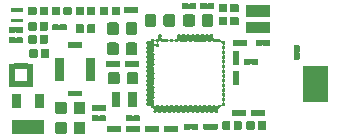
<source format=gbr>
G04 #@! TF.GenerationSoftware,KiCad,Pcbnew,(5.1.5-0-10_14)*
G04 #@! TF.CreationDate,2020-03-10T08:19:59-07:00*
G04 #@! TF.ProjectId,ARBO BT,4152424f-2042-4542-9e6b-696361645f70,rev?*
G04 #@! TF.SameCoordinates,Original*
G04 #@! TF.FileFunction,Soldermask,Top*
G04 #@! TF.FilePolarity,Negative*
%FSLAX46Y46*%
G04 Gerber Fmt 4.6, Leading zero omitted, Abs format (unit mm)*
G04 Created by KiCad (PCBNEW (5.1.5-0-10_14)) date 2020-03-10 08:19:59*
%MOMM*%
%LPD*%
G04 APERTURE LIST*
%ADD10C,0.100000*%
G04 APERTURE END LIST*
D10*
G36*
X126276000Y-82981000D02*
G01*
X123624000Y-82981000D01*
X123624000Y-81819000D01*
X126276000Y-81819000D01*
X126276000Y-82981000D01*
G37*
G36*
X129642091Y-81928085D02*
G01*
X129676069Y-81938393D01*
X129707390Y-81955134D01*
X129734839Y-81977661D01*
X129757366Y-82005110D01*
X129774107Y-82036431D01*
X129784415Y-82070409D01*
X129788500Y-82111890D01*
X129788500Y-82788110D01*
X129784415Y-82829591D01*
X129774107Y-82863569D01*
X129757366Y-82894890D01*
X129734839Y-82922339D01*
X129707390Y-82944866D01*
X129676069Y-82961607D01*
X129642091Y-82971915D01*
X129600610Y-82976000D01*
X128999390Y-82976000D01*
X128957909Y-82971915D01*
X128923931Y-82961607D01*
X128892610Y-82944866D01*
X128865161Y-82922339D01*
X128842634Y-82894890D01*
X128825893Y-82863569D01*
X128815585Y-82829591D01*
X128811500Y-82788110D01*
X128811500Y-82111890D01*
X128815585Y-82070409D01*
X128825893Y-82036431D01*
X128842634Y-82005110D01*
X128865161Y-81977661D01*
X128892610Y-81955134D01*
X128923931Y-81938393D01*
X128957909Y-81928085D01*
X128999390Y-81924000D01*
X129600610Y-81924000D01*
X129642091Y-81928085D01*
G37*
G36*
X128067091Y-81928085D02*
G01*
X128101069Y-81938393D01*
X128132390Y-81955134D01*
X128159839Y-81977661D01*
X128182366Y-82005110D01*
X128199107Y-82036431D01*
X128209415Y-82070409D01*
X128213500Y-82111890D01*
X128213500Y-82788110D01*
X128209415Y-82829591D01*
X128199107Y-82863569D01*
X128182366Y-82894890D01*
X128159839Y-82922339D01*
X128132390Y-82944866D01*
X128101069Y-82961607D01*
X128067091Y-82971915D01*
X128025610Y-82976000D01*
X127424390Y-82976000D01*
X127382909Y-82971915D01*
X127348931Y-82961607D01*
X127317610Y-82944866D01*
X127290161Y-82922339D01*
X127267634Y-82894890D01*
X127250893Y-82863569D01*
X127240585Y-82829591D01*
X127236500Y-82788110D01*
X127236500Y-82111890D01*
X127240585Y-82070409D01*
X127250893Y-82036431D01*
X127267634Y-82005110D01*
X127290161Y-81977661D01*
X127317610Y-81955134D01*
X127348931Y-81938393D01*
X127382909Y-81928085D01*
X127424390Y-81924000D01*
X128025610Y-81924000D01*
X128067091Y-81928085D01*
G37*
G36*
X135330170Y-82300803D02*
G01*
X135341877Y-82304355D01*
X135361077Y-82314617D01*
X135383716Y-82323994D01*
X135407749Y-82328774D01*
X135432253Y-82328774D01*
X135456286Y-82323993D01*
X135478923Y-82314617D01*
X135498123Y-82304355D01*
X135509830Y-82300803D01*
X135528138Y-82299000D01*
X135951862Y-82299000D01*
X135970170Y-82300803D01*
X135981875Y-82304354D01*
X135992665Y-82310121D01*
X136002119Y-82317881D01*
X136009879Y-82327335D01*
X136015646Y-82338125D01*
X136019197Y-82349830D01*
X136021000Y-82368138D01*
X136021000Y-82731862D01*
X136019197Y-82750170D01*
X136015646Y-82761875D01*
X136009879Y-82772665D01*
X136002119Y-82782119D01*
X135992665Y-82789879D01*
X135981875Y-82795646D01*
X135970170Y-82799197D01*
X135951862Y-82801000D01*
X135528138Y-82801000D01*
X135509830Y-82799197D01*
X135498123Y-82795645D01*
X135478923Y-82785383D01*
X135456284Y-82776006D01*
X135432251Y-82771226D01*
X135407747Y-82771226D01*
X135383714Y-82776007D01*
X135361077Y-82785383D01*
X135341877Y-82795645D01*
X135330170Y-82799197D01*
X135311862Y-82801000D01*
X134888138Y-82801000D01*
X134869830Y-82799197D01*
X134858125Y-82795646D01*
X134847335Y-82789879D01*
X134837881Y-82782119D01*
X134830121Y-82772665D01*
X134824354Y-82761875D01*
X134820803Y-82750170D01*
X134819000Y-82731862D01*
X134819000Y-82368138D01*
X134820803Y-82349830D01*
X134824354Y-82338125D01*
X134830121Y-82327335D01*
X134837881Y-82317881D01*
X134847335Y-82310121D01*
X134858125Y-82304354D01*
X134869830Y-82300803D01*
X134888138Y-82299000D01*
X135311862Y-82299000D01*
X135330170Y-82300803D01*
G37*
G36*
X133730170Y-82300803D02*
G01*
X133741877Y-82304355D01*
X133761077Y-82314617D01*
X133783716Y-82323994D01*
X133807749Y-82328774D01*
X133832253Y-82328774D01*
X133856286Y-82323993D01*
X133878923Y-82314617D01*
X133898123Y-82304355D01*
X133909830Y-82300803D01*
X133928138Y-82299000D01*
X134351862Y-82299000D01*
X134370170Y-82300803D01*
X134381875Y-82304354D01*
X134392665Y-82310121D01*
X134402119Y-82317881D01*
X134409879Y-82327335D01*
X134415646Y-82338125D01*
X134419197Y-82349830D01*
X134421000Y-82368138D01*
X134421000Y-82731862D01*
X134419197Y-82750170D01*
X134415646Y-82761875D01*
X134409879Y-82772665D01*
X134402119Y-82782119D01*
X134392665Y-82789879D01*
X134381875Y-82795646D01*
X134370170Y-82799197D01*
X134351862Y-82801000D01*
X133928138Y-82801000D01*
X133909830Y-82799197D01*
X133898123Y-82795645D01*
X133878923Y-82785383D01*
X133856284Y-82776006D01*
X133832251Y-82771226D01*
X133807747Y-82771226D01*
X133783714Y-82776007D01*
X133761077Y-82785383D01*
X133741877Y-82795645D01*
X133730170Y-82799197D01*
X133711862Y-82801000D01*
X133288138Y-82801000D01*
X133269830Y-82799197D01*
X133258125Y-82795646D01*
X133247335Y-82789879D01*
X133237881Y-82782119D01*
X133230121Y-82772665D01*
X133224354Y-82761875D01*
X133220803Y-82750170D01*
X133219000Y-82731862D01*
X133219000Y-82368138D01*
X133220803Y-82349830D01*
X133224354Y-82338125D01*
X133230121Y-82327335D01*
X133237881Y-82317881D01*
X133247335Y-82310121D01*
X133258125Y-82304354D01*
X133269830Y-82300803D01*
X133288138Y-82299000D01*
X133711862Y-82299000D01*
X133730170Y-82300803D01*
G37*
G36*
X132110170Y-82300803D02*
G01*
X132121877Y-82304355D01*
X132141077Y-82314617D01*
X132163716Y-82323994D01*
X132187749Y-82328774D01*
X132212253Y-82328774D01*
X132236286Y-82323993D01*
X132258923Y-82314617D01*
X132278123Y-82304355D01*
X132289830Y-82300803D01*
X132308138Y-82299000D01*
X132731862Y-82299000D01*
X132750170Y-82300803D01*
X132761875Y-82304354D01*
X132772665Y-82310121D01*
X132782119Y-82317881D01*
X132789879Y-82327335D01*
X132795646Y-82338125D01*
X132799197Y-82349830D01*
X132801000Y-82368138D01*
X132801000Y-82731862D01*
X132799197Y-82750170D01*
X132795646Y-82761875D01*
X132789879Y-82772665D01*
X132782119Y-82782119D01*
X132772665Y-82789879D01*
X132761875Y-82795646D01*
X132750170Y-82799197D01*
X132731862Y-82801000D01*
X132308138Y-82801000D01*
X132289830Y-82799197D01*
X132278123Y-82795645D01*
X132258923Y-82785383D01*
X132236284Y-82776006D01*
X132212251Y-82771226D01*
X132187747Y-82771226D01*
X132163714Y-82776007D01*
X132141077Y-82785383D01*
X132121877Y-82795645D01*
X132110170Y-82799197D01*
X132091862Y-82801000D01*
X131668138Y-82801000D01*
X131649830Y-82799197D01*
X131638125Y-82795646D01*
X131627335Y-82789879D01*
X131617881Y-82782119D01*
X131610121Y-82772665D01*
X131604354Y-82761875D01*
X131600803Y-82750170D01*
X131599000Y-82731862D01*
X131599000Y-82368138D01*
X131600803Y-82349830D01*
X131604354Y-82338125D01*
X131610121Y-82327335D01*
X131617881Y-82317881D01*
X131627335Y-82310121D01*
X131638125Y-82304354D01*
X131649830Y-82300803D01*
X131668138Y-82299000D01*
X132091862Y-82299000D01*
X132110170Y-82300803D01*
G37*
G36*
X136990170Y-82300803D02*
G01*
X137001877Y-82304355D01*
X137021077Y-82314617D01*
X137043716Y-82323994D01*
X137067749Y-82328774D01*
X137092253Y-82328774D01*
X137116286Y-82323993D01*
X137138923Y-82314617D01*
X137158123Y-82304355D01*
X137169830Y-82300803D01*
X137188138Y-82299000D01*
X137611862Y-82299000D01*
X137630170Y-82300803D01*
X137641875Y-82304354D01*
X137652665Y-82310121D01*
X137662119Y-82317881D01*
X137669879Y-82327335D01*
X137675646Y-82338125D01*
X137679197Y-82349830D01*
X137681000Y-82368138D01*
X137681000Y-82731862D01*
X137679197Y-82750170D01*
X137675646Y-82761875D01*
X137669879Y-82772665D01*
X137662119Y-82782119D01*
X137652665Y-82789879D01*
X137641875Y-82795646D01*
X137630170Y-82799197D01*
X137611862Y-82801000D01*
X137188138Y-82801000D01*
X137169830Y-82799197D01*
X137158123Y-82795645D01*
X137138923Y-82785383D01*
X137116284Y-82776006D01*
X137092251Y-82771226D01*
X137067747Y-82771226D01*
X137043714Y-82776007D01*
X137021077Y-82785383D01*
X137001877Y-82795645D01*
X136990170Y-82799197D01*
X136971862Y-82801000D01*
X136548138Y-82801000D01*
X136529830Y-82799197D01*
X136518125Y-82795646D01*
X136507335Y-82789879D01*
X136497881Y-82782119D01*
X136490121Y-82772665D01*
X136484354Y-82761875D01*
X136480803Y-82750170D01*
X136479000Y-82731862D01*
X136479000Y-82368138D01*
X136480803Y-82349830D01*
X136484354Y-82338125D01*
X136490121Y-82327335D01*
X136497881Y-82317881D01*
X136507335Y-82310121D01*
X136518125Y-82304354D01*
X136529830Y-82300803D01*
X136548138Y-82299000D01*
X136971862Y-82299000D01*
X136990170Y-82300803D01*
G37*
G36*
X145006938Y-81881716D02*
G01*
X145027557Y-81887971D01*
X145046553Y-81898124D01*
X145063208Y-81911792D01*
X145076876Y-81928447D01*
X145087029Y-81947443D01*
X145093284Y-81968062D01*
X145096000Y-81995640D01*
X145096000Y-82504360D01*
X145093284Y-82531938D01*
X145087029Y-82552557D01*
X145076876Y-82571553D01*
X145063208Y-82588208D01*
X145046553Y-82601876D01*
X145027557Y-82612029D01*
X145006938Y-82618284D01*
X144979360Y-82621000D01*
X144520640Y-82621000D01*
X144493062Y-82618284D01*
X144472443Y-82612029D01*
X144453447Y-82601876D01*
X144436792Y-82588208D01*
X144423124Y-82571553D01*
X144412971Y-82552557D01*
X144406716Y-82531938D01*
X144404000Y-82504360D01*
X144404000Y-81995640D01*
X144406716Y-81968062D01*
X144412971Y-81947443D01*
X144423124Y-81928447D01*
X144436792Y-81911792D01*
X144453447Y-81898124D01*
X144472443Y-81887971D01*
X144493062Y-81881716D01*
X144520640Y-81879000D01*
X144979360Y-81879000D01*
X145006938Y-81881716D01*
G37*
G36*
X142956938Y-81881716D02*
G01*
X142977557Y-81887971D01*
X142996553Y-81898124D01*
X143013208Y-81911792D01*
X143026876Y-81928447D01*
X143037029Y-81947443D01*
X143043284Y-81968062D01*
X143046000Y-81995640D01*
X143046000Y-82504360D01*
X143043284Y-82531938D01*
X143037029Y-82552557D01*
X143026876Y-82571553D01*
X143013208Y-82588208D01*
X142996553Y-82601876D01*
X142977557Y-82612029D01*
X142956938Y-82618284D01*
X142929360Y-82621000D01*
X142470640Y-82621000D01*
X142443062Y-82618284D01*
X142422443Y-82612029D01*
X142403447Y-82601876D01*
X142386792Y-82588208D01*
X142373124Y-82571553D01*
X142362971Y-82552557D01*
X142356716Y-82531938D01*
X142354000Y-82504360D01*
X142354000Y-81995640D01*
X142356716Y-81968062D01*
X142362971Y-81947443D01*
X142373124Y-81928447D01*
X142386792Y-81911792D01*
X142403447Y-81898124D01*
X142422443Y-81887971D01*
X142443062Y-81881716D01*
X142470640Y-81879000D01*
X142929360Y-81879000D01*
X142956938Y-81881716D01*
G37*
G36*
X141986938Y-81881716D02*
G01*
X142007557Y-81887971D01*
X142026553Y-81898124D01*
X142043208Y-81911792D01*
X142056876Y-81928447D01*
X142067029Y-81947443D01*
X142073284Y-81968062D01*
X142076000Y-81995640D01*
X142076000Y-82504360D01*
X142073284Y-82531938D01*
X142067029Y-82552557D01*
X142056876Y-82571553D01*
X142043208Y-82588208D01*
X142026553Y-82601876D01*
X142007557Y-82612029D01*
X141986938Y-82618284D01*
X141959360Y-82621000D01*
X141500640Y-82621000D01*
X141473062Y-82618284D01*
X141452443Y-82612029D01*
X141433447Y-82601876D01*
X141416792Y-82588208D01*
X141403124Y-82571553D01*
X141392971Y-82552557D01*
X141386716Y-82531938D01*
X141384000Y-82504360D01*
X141384000Y-81995640D01*
X141386716Y-81968062D01*
X141392971Y-81947443D01*
X141403124Y-81928447D01*
X141416792Y-81911792D01*
X141433447Y-81898124D01*
X141452443Y-81887971D01*
X141473062Y-81881716D01*
X141500640Y-81879000D01*
X141959360Y-81879000D01*
X141986938Y-81881716D01*
G37*
G36*
X144036938Y-81881716D02*
G01*
X144057557Y-81887971D01*
X144076553Y-81898124D01*
X144093208Y-81911792D01*
X144106876Y-81928447D01*
X144117029Y-81947443D01*
X144123284Y-81968062D01*
X144126000Y-81995640D01*
X144126000Y-82504360D01*
X144123284Y-82531938D01*
X144117029Y-82552557D01*
X144106876Y-82571553D01*
X144093208Y-82588208D01*
X144076553Y-82601876D01*
X144057557Y-82612029D01*
X144036938Y-82618284D01*
X144009360Y-82621000D01*
X143550640Y-82621000D01*
X143523062Y-82618284D01*
X143502443Y-82612029D01*
X143483447Y-82601876D01*
X143466792Y-82588208D01*
X143453124Y-82571553D01*
X143442971Y-82552557D01*
X143436716Y-82531938D01*
X143434000Y-82504360D01*
X143434000Y-81995640D01*
X143436716Y-81968062D01*
X143442971Y-81947443D01*
X143453124Y-81928447D01*
X143466792Y-81911792D01*
X143483447Y-81898124D01*
X143502443Y-81887971D01*
X143523062Y-81881716D01*
X143550640Y-81879000D01*
X144009360Y-81879000D01*
X144036938Y-81881716D01*
G37*
G36*
X138660170Y-82100803D02*
G01*
X138671877Y-82104355D01*
X138691077Y-82114617D01*
X138713716Y-82123994D01*
X138737749Y-82128774D01*
X138762253Y-82128774D01*
X138786286Y-82123993D01*
X138808923Y-82114617D01*
X138828123Y-82104355D01*
X138839830Y-82100803D01*
X138858138Y-82099000D01*
X139281862Y-82099000D01*
X139300170Y-82100803D01*
X139311875Y-82104354D01*
X139322665Y-82110121D01*
X139332119Y-82117881D01*
X139339879Y-82127335D01*
X139345646Y-82138125D01*
X139349197Y-82149830D01*
X139351000Y-82168138D01*
X139351000Y-82531862D01*
X139349197Y-82550170D01*
X139345646Y-82561875D01*
X139339879Y-82572665D01*
X139332119Y-82582119D01*
X139322665Y-82589879D01*
X139311875Y-82595646D01*
X139300170Y-82599197D01*
X139281862Y-82601000D01*
X138858138Y-82601000D01*
X138839830Y-82599197D01*
X138828123Y-82595645D01*
X138808923Y-82585383D01*
X138786284Y-82576006D01*
X138762251Y-82571226D01*
X138737747Y-82571226D01*
X138713714Y-82576007D01*
X138691077Y-82585383D01*
X138671877Y-82595645D01*
X138660170Y-82599197D01*
X138641862Y-82601000D01*
X138218138Y-82601000D01*
X138199830Y-82599197D01*
X138188125Y-82595646D01*
X138177335Y-82589879D01*
X138167881Y-82582119D01*
X138160121Y-82572665D01*
X138154354Y-82561875D01*
X138150803Y-82550170D01*
X138149000Y-82531862D01*
X138149000Y-82168138D01*
X138150803Y-82149830D01*
X138154354Y-82138125D01*
X138160121Y-82127335D01*
X138167881Y-82117881D01*
X138177335Y-82110121D01*
X138188125Y-82104354D01*
X138199830Y-82100803D01*
X138218138Y-82099000D01*
X138641862Y-82099000D01*
X138660170Y-82100803D01*
G37*
G36*
X140310170Y-82100803D02*
G01*
X140321877Y-82104355D01*
X140341077Y-82114617D01*
X140363716Y-82123994D01*
X140387749Y-82128774D01*
X140412253Y-82128774D01*
X140436286Y-82123993D01*
X140458923Y-82114617D01*
X140478123Y-82104355D01*
X140489830Y-82100803D01*
X140508138Y-82099000D01*
X140931862Y-82099000D01*
X140950170Y-82100803D01*
X140961875Y-82104354D01*
X140972665Y-82110121D01*
X140982119Y-82117881D01*
X140989879Y-82127335D01*
X140995646Y-82138125D01*
X140999197Y-82149830D01*
X141001000Y-82168138D01*
X141001000Y-82531862D01*
X140999197Y-82550170D01*
X140995646Y-82561875D01*
X140989879Y-82572665D01*
X140982119Y-82582119D01*
X140972665Y-82589879D01*
X140961875Y-82595646D01*
X140950170Y-82599197D01*
X140931862Y-82601000D01*
X140508138Y-82601000D01*
X140489830Y-82599197D01*
X140478123Y-82595645D01*
X140458923Y-82585383D01*
X140436284Y-82576006D01*
X140412251Y-82571226D01*
X140387747Y-82571226D01*
X140363714Y-82576007D01*
X140341077Y-82585383D01*
X140321877Y-82595645D01*
X140310170Y-82599197D01*
X140291862Y-82601000D01*
X139868138Y-82601000D01*
X139849830Y-82599197D01*
X139838125Y-82595646D01*
X139827335Y-82589879D01*
X139817881Y-82582119D01*
X139810121Y-82572665D01*
X139804354Y-82561875D01*
X139800803Y-82550170D01*
X139799000Y-82531862D01*
X139799000Y-82168138D01*
X139800803Y-82149830D01*
X139804354Y-82138125D01*
X139810121Y-82127335D01*
X139817881Y-82117881D01*
X139827335Y-82110121D01*
X139838125Y-82104354D01*
X139849830Y-82100803D01*
X139868138Y-82099000D01*
X140291862Y-82099000D01*
X140310170Y-82100803D01*
G37*
G36*
X130830170Y-81400803D02*
G01*
X130841877Y-81404355D01*
X130861077Y-81414617D01*
X130883716Y-81423994D01*
X130907749Y-81428774D01*
X130932253Y-81428774D01*
X130956286Y-81423993D01*
X130978923Y-81414617D01*
X130998123Y-81404355D01*
X131009830Y-81400803D01*
X131028138Y-81399000D01*
X131451862Y-81399000D01*
X131470170Y-81400803D01*
X131481875Y-81404354D01*
X131492665Y-81410121D01*
X131502119Y-81417881D01*
X131509879Y-81427335D01*
X131515646Y-81438125D01*
X131519197Y-81449830D01*
X131521000Y-81468138D01*
X131521000Y-81831862D01*
X131519197Y-81850170D01*
X131515646Y-81861875D01*
X131509879Y-81872665D01*
X131502119Y-81882119D01*
X131492665Y-81889879D01*
X131481875Y-81895646D01*
X131470170Y-81899197D01*
X131451862Y-81901000D01*
X131028138Y-81901000D01*
X131009830Y-81899197D01*
X130998123Y-81895645D01*
X130978923Y-81885383D01*
X130956284Y-81876006D01*
X130932251Y-81871226D01*
X130907747Y-81871226D01*
X130883714Y-81876007D01*
X130861077Y-81885383D01*
X130841877Y-81895645D01*
X130830170Y-81899197D01*
X130811862Y-81901000D01*
X130388138Y-81901000D01*
X130369830Y-81899197D01*
X130358125Y-81895646D01*
X130347335Y-81889879D01*
X130337881Y-81882119D01*
X130330121Y-81872665D01*
X130324354Y-81861875D01*
X130320803Y-81850170D01*
X130319000Y-81831862D01*
X130319000Y-81468138D01*
X130320803Y-81449830D01*
X130324354Y-81438125D01*
X130330121Y-81427335D01*
X130337881Y-81417881D01*
X130347335Y-81410121D01*
X130358125Y-81404354D01*
X130369830Y-81400803D01*
X130388138Y-81399000D01*
X130811862Y-81399000D01*
X130830170Y-81400803D01*
G37*
G36*
X133710170Y-81400803D02*
G01*
X133721877Y-81404355D01*
X133741077Y-81414617D01*
X133763716Y-81423994D01*
X133787749Y-81428774D01*
X133812253Y-81428774D01*
X133836286Y-81423993D01*
X133858923Y-81414617D01*
X133878123Y-81404355D01*
X133889830Y-81400803D01*
X133908138Y-81399000D01*
X134331862Y-81399000D01*
X134350170Y-81400803D01*
X134361875Y-81404354D01*
X134372665Y-81410121D01*
X134382119Y-81417881D01*
X134389879Y-81427335D01*
X134395646Y-81438125D01*
X134399197Y-81449830D01*
X134401000Y-81468138D01*
X134401000Y-81831862D01*
X134399197Y-81850170D01*
X134395646Y-81861875D01*
X134389879Y-81872665D01*
X134382119Y-81882119D01*
X134372665Y-81889879D01*
X134361875Y-81895646D01*
X134350170Y-81899197D01*
X134331862Y-81901000D01*
X133908138Y-81901000D01*
X133889830Y-81899197D01*
X133878123Y-81895645D01*
X133858923Y-81885383D01*
X133836284Y-81876006D01*
X133812251Y-81871226D01*
X133787747Y-81871226D01*
X133763714Y-81876007D01*
X133741077Y-81885383D01*
X133721877Y-81895645D01*
X133710170Y-81899197D01*
X133691862Y-81901000D01*
X133268138Y-81901000D01*
X133249830Y-81899197D01*
X133238125Y-81895646D01*
X133227335Y-81889879D01*
X133217881Y-81882119D01*
X133210121Y-81872665D01*
X133204354Y-81861875D01*
X133200803Y-81850170D01*
X133199000Y-81831862D01*
X133199000Y-81468138D01*
X133200803Y-81449830D01*
X133204354Y-81438125D01*
X133210121Y-81427335D01*
X133217881Y-81417881D01*
X133227335Y-81410121D01*
X133238125Y-81404354D01*
X133249830Y-81400803D01*
X133268138Y-81399000D01*
X133691862Y-81399000D01*
X133710170Y-81400803D01*
G37*
G36*
X142740170Y-80950803D02*
G01*
X142751877Y-80954355D01*
X142771077Y-80964617D01*
X142793716Y-80973994D01*
X142817749Y-80978774D01*
X142842253Y-80978774D01*
X142866286Y-80973993D01*
X142888923Y-80964617D01*
X142908123Y-80954355D01*
X142919830Y-80950803D01*
X142938138Y-80949000D01*
X143361862Y-80949000D01*
X143380170Y-80950803D01*
X143391875Y-80954354D01*
X143402665Y-80960121D01*
X143412119Y-80967881D01*
X143419879Y-80977335D01*
X143425646Y-80988125D01*
X143429197Y-80999830D01*
X143431000Y-81018138D01*
X143431000Y-81381862D01*
X143429197Y-81400170D01*
X143425646Y-81411875D01*
X143419879Y-81422665D01*
X143412119Y-81432119D01*
X143402665Y-81439879D01*
X143391875Y-81445646D01*
X143380170Y-81449197D01*
X143361862Y-81451000D01*
X142938138Y-81451000D01*
X142919830Y-81449197D01*
X142908123Y-81445645D01*
X142888923Y-81435383D01*
X142866284Y-81426006D01*
X142842251Y-81421226D01*
X142817747Y-81421226D01*
X142793714Y-81426007D01*
X142771077Y-81435383D01*
X142751877Y-81445645D01*
X142740170Y-81449197D01*
X142721862Y-81451000D01*
X142298138Y-81451000D01*
X142279830Y-81449197D01*
X142268125Y-81445646D01*
X142257335Y-81439879D01*
X142247881Y-81432119D01*
X142240121Y-81422665D01*
X142234354Y-81411875D01*
X142230803Y-81400170D01*
X142229000Y-81381862D01*
X142229000Y-81018138D01*
X142230803Y-80999830D01*
X142234354Y-80988125D01*
X142240121Y-80977335D01*
X142247881Y-80967881D01*
X142257335Y-80960121D01*
X142268125Y-80954354D01*
X142279830Y-80950803D01*
X142298138Y-80949000D01*
X142721862Y-80949000D01*
X142740170Y-80950803D01*
G37*
G36*
X144340170Y-80950803D02*
G01*
X144351877Y-80954355D01*
X144371077Y-80964617D01*
X144393716Y-80973994D01*
X144417749Y-80978774D01*
X144442253Y-80978774D01*
X144466286Y-80973993D01*
X144488923Y-80964617D01*
X144508123Y-80954355D01*
X144519830Y-80950803D01*
X144538138Y-80949000D01*
X144961862Y-80949000D01*
X144980170Y-80950803D01*
X144991875Y-80954354D01*
X145002665Y-80960121D01*
X145012119Y-80967881D01*
X145019879Y-80977335D01*
X145025646Y-80988125D01*
X145029197Y-80999830D01*
X145031000Y-81018138D01*
X145031000Y-81381862D01*
X145029197Y-81400170D01*
X145025646Y-81411875D01*
X145019879Y-81422665D01*
X145012119Y-81432119D01*
X145002665Y-81439879D01*
X144991875Y-81445646D01*
X144980170Y-81449197D01*
X144961862Y-81451000D01*
X144538138Y-81451000D01*
X144519830Y-81449197D01*
X144508123Y-81445645D01*
X144488923Y-81435383D01*
X144466284Y-81426006D01*
X144442251Y-81421226D01*
X144417747Y-81421226D01*
X144393714Y-81426007D01*
X144371077Y-81435383D01*
X144351877Y-81445645D01*
X144340170Y-81449197D01*
X144321862Y-81451000D01*
X143898138Y-81451000D01*
X143879830Y-81449197D01*
X143868125Y-81445646D01*
X143857335Y-81439879D01*
X143847881Y-81432119D01*
X143840121Y-81422665D01*
X143834354Y-81411875D01*
X143830803Y-81400170D01*
X143829000Y-81381862D01*
X143829000Y-81018138D01*
X143830803Y-80999830D01*
X143834354Y-80988125D01*
X143840121Y-80977335D01*
X143847881Y-80967881D01*
X143857335Y-80960121D01*
X143868125Y-80954354D01*
X143879830Y-80950803D01*
X143898138Y-80949000D01*
X144321862Y-80949000D01*
X144340170Y-80950803D01*
G37*
G36*
X128067091Y-80228085D02*
G01*
X128101069Y-80238393D01*
X128132390Y-80255134D01*
X128159839Y-80277661D01*
X128182366Y-80305110D01*
X128199107Y-80336431D01*
X128209415Y-80370409D01*
X128213500Y-80411890D01*
X128213500Y-81088110D01*
X128209415Y-81129591D01*
X128199107Y-81163569D01*
X128182366Y-81194890D01*
X128159839Y-81222339D01*
X128132390Y-81244866D01*
X128101069Y-81261607D01*
X128067091Y-81271915D01*
X128025610Y-81276000D01*
X127424390Y-81276000D01*
X127382909Y-81271915D01*
X127348931Y-81261607D01*
X127317610Y-81244866D01*
X127290161Y-81222339D01*
X127267634Y-81194890D01*
X127250893Y-81163569D01*
X127240585Y-81129591D01*
X127236500Y-81088110D01*
X127236500Y-80411890D01*
X127240585Y-80370409D01*
X127250893Y-80336431D01*
X127267634Y-80305110D01*
X127290161Y-80277661D01*
X127317610Y-80255134D01*
X127348931Y-80238393D01*
X127382909Y-80228085D01*
X127424390Y-80224000D01*
X128025610Y-80224000D01*
X128067091Y-80228085D01*
G37*
G36*
X129642091Y-80228085D02*
G01*
X129676069Y-80238393D01*
X129707390Y-80255134D01*
X129734839Y-80277661D01*
X129757366Y-80305110D01*
X129774107Y-80336431D01*
X129784415Y-80370409D01*
X129788500Y-80411890D01*
X129788500Y-81088110D01*
X129784415Y-81129591D01*
X129774107Y-81163569D01*
X129757366Y-81194890D01*
X129734839Y-81222339D01*
X129707390Y-81244866D01*
X129676069Y-81261607D01*
X129642091Y-81271915D01*
X129600610Y-81276000D01*
X128999390Y-81276000D01*
X128957909Y-81271915D01*
X128923931Y-81261607D01*
X128892610Y-81244866D01*
X128865161Y-81222339D01*
X128842634Y-81194890D01*
X128825893Y-81163569D01*
X128815585Y-81129591D01*
X128811500Y-81088110D01*
X128811500Y-80411890D01*
X128815585Y-80370409D01*
X128825893Y-80336431D01*
X128842634Y-80305110D01*
X128865161Y-80277661D01*
X128892610Y-80255134D01*
X128923931Y-80238393D01*
X128957909Y-80228085D01*
X128999390Y-80224000D01*
X129600610Y-80224000D01*
X129642091Y-80228085D01*
G37*
G36*
X136144045Y-74504802D02*
G01*
X136171525Y-74516185D01*
X136196257Y-74532710D01*
X136217290Y-74553743D01*
X136233815Y-74578475D01*
X136245198Y-74605955D01*
X136251000Y-74635128D01*
X136251000Y-74664872D01*
X136245198Y-74694045D01*
X136235172Y-74718249D01*
X136230355Y-74729878D01*
X136223242Y-74753327D01*
X136220840Y-74777713D01*
X136223242Y-74802099D01*
X136230355Y-74825548D01*
X136241907Y-74847158D01*
X136257452Y-74866100D01*
X136276394Y-74881645D01*
X136298005Y-74893196D01*
X136321449Y-74900308D01*
X136344045Y-74904802D01*
X136371525Y-74916185D01*
X136396257Y-74932710D01*
X136411623Y-74948076D01*
X136430554Y-74963612D01*
X136452165Y-74975163D01*
X136475614Y-74982276D01*
X136500000Y-74984678D01*
X136524386Y-74982276D01*
X136547835Y-74975163D01*
X136569446Y-74963612D01*
X136588377Y-74948076D01*
X136603743Y-74932710D01*
X136628475Y-74916185D01*
X136655955Y-74904802D01*
X136685128Y-74899000D01*
X136714872Y-74899000D01*
X136744045Y-74904802D01*
X136771525Y-74916185D01*
X136796257Y-74932710D01*
X136811623Y-74948076D01*
X136830554Y-74963612D01*
X136852165Y-74975163D01*
X136875614Y-74982276D01*
X136900000Y-74984678D01*
X136924386Y-74982276D01*
X136947835Y-74975163D01*
X136969446Y-74963612D01*
X136988377Y-74948076D01*
X137003743Y-74932710D01*
X137028475Y-74916185D01*
X137055955Y-74904802D01*
X137085128Y-74899000D01*
X137114872Y-74899000D01*
X137144045Y-74904802D01*
X137171525Y-74916185D01*
X137196257Y-74932710D01*
X137211623Y-74948076D01*
X137230554Y-74963612D01*
X137252165Y-74975163D01*
X137275614Y-74982276D01*
X137300000Y-74984678D01*
X137324386Y-74982276D01*
X137347835Y-74975163D01*
X137369446Y-74963612D01*
X137388377Y-74948076D01*
X137403743Y-74932710D01*
X137428475Y-74916185D01*
X137455955Y-74904802D01*
X137478551Y-74900308D01*
X137501997Y-74893196D01*
X137523608Y-74881644D01*
X137542549Y-74866099D01*
X137558094Y-74847157D01*
X137569645Y-74825546D01*
X137576758Y-74802097D01*
X137579160Y-74777711D01*
X137576758Y-74753325D01*
X137569645Y-74729878D01*
X137564828Y-74718249D01*
X137554802Y-74694045D01*
X137549000Y-74664872D01*
X137549000Y-74635128D01*
X137554802Y-74605955D01*
X137566185Y-74578475D01*
X137582710Y-74553743D01*
X137603743Y-74532710D01*
X137628475Y-74516185D01*
X137655955Y-74504802D01*
X137685128Y-74499000D01*
X137714872Y-74499000D01*
X137744045Y-74504802D01*
X137771525Y-74516185D01*
X137796257Y-74532710D01*
X137811623Y-74548076D01*
X137830554Y-74563612D01*
X137852165Y-74575163D01*
X137875614Y-74582276D01*
X137900000Y-74584678D01*
X137924386Y-74582276D01*
X137947835Y-74575163D01*
X137969446Y-74563612D01*
X137988377Y-74548076D01*
X138003743Y-74532710D01*
X138028475Y-74516185D01*
X138055955Y-74504802D01*
X138085128Y-74499000D01*
X138114872Y-74499000D01*
X138144045Y-74504802D01*
X138171525Y-74516185D01*
X138196257Y-74532710D01*
X138211623Y-74548076D01*
X138230554Y-74563612D01*
X138252165Y-74575163D01*
X138275614Y-74582276D01*
X138300000Y-74584678D01*
X138324386Y-74582276D01*
X138347835Y-74575163D01*
X138369446Y-74563612D01*
X138388377Y-74548076D01*
X138403743Y-74532710D01*
X138428475Y-74516185D01*
X138455955Y-74504802D01*
X138485128Y-74499000D01*
X138514872Y-74499000D01*
X138544045Y-74504802D01*
X138571525Y-74516185D01*
X138596257Y-74532710D01*
X138611623Y-74548076D01*
X138630554Y-74563612D01*
X138652165Y-74575163D01*
X138675614Y-74582276D01*
X138700000Y-74584678D01*
X138724386Y-74582276D01*
X138747835Y-74575163D01*
X138769446Y-74563612D01*
X138788377Y-74548076D01*
X138803743Y-74532710D01*
X138828475Y-74516185D01*
X138855955Y-74504802D01*
X138885128Y-74499000D01*
X138914872Y-74499000D01*
X138944045Y-74504802D01*
X138971525Y-74516185D01*
X138996257Y-74532710D01*
X139011623Y-74548076D01*
X139030554Y-74563612D01*
X139052165Y-74575163D01*
X139075614Y-74582276D01*
X139100000Y-74584678D01*
X139124386Y-74582276D01*
X139147835Y-74575163D01*
X139169446Y-74563612D01*
X139188377Y-74548076D01*
X139203743Y-74532710D01*
X139228475Y-74516185D01*
X139255955Y-74504802D01*
X139285128Y-74499000D01*
X139314872Y-74499000D01*
X139344045Y-74504802D01*
X139371525Y-74516185D01*
X139396257Y-74532710D01*
X139411623Y-74548076D01*
X139430554Y-74563612D01*
X139452165Y-74575163D01*
X139475614Y-74582276D01*
X139500000Y-74584678D01*
X139524386Y-74582276D01*
X139547835Y-74575163D01*
X139569446Y-74563612D01*
X139588377Y-74548076D01*
X139603743Y-74532710D01*
X139628475Y-74516185D01*
X139655955Y-74504802D01*
X139685128Y-74499000D01*
X139714872Y-74499000D01*
X139744045Y-74504802D01*
X139771525Y-74516185D01*
X139796257Y-74532710D01*
X139811623Y-74548076D01*
X139830554Y-74563612D01*
X139852165Y-74575163D01*
X139875614Y-74582276D01*
X139900000Y-74584678D01*
X139924386Y-74582276D01*
X139947835Y-74575163D01*
X139969446Y-74563612D01*
X139988377Y-74548076D01*
X140003743Y-74532710D01*
X140028475Y-74516185D01*
X140055955Y-74504802D01*
X140085128Y-74499000D01*
X140114872Y-74499000D01*
X140144045Y-74504802D01*
X140171525Y-74516185D01*
X140196257Y-74532710D01*
X140211623Y-74548076D01*
X140230554Y-74563612D01*
X140252165Y-74575163D01*
X140275614Y-74582276D01*
X140300000Y-74584678D01*
X140324386Y-74582276D01*
X140347835Y-74575163D01*
X140369446Y-74563612D01*
X140388377Y-74548076D01*
X140403743Y-74532710D01*
X140428475Y-74516185D01*
X140455955Y-74504802D01*
X140485128Y-74499000D01*
X140514872Y-74499000D01*
X140544045Y-74504802D01*
X140571525Y-74516185D01*
X140596257Y-74532710D01*
X140617290Y-74553743D01*
X140633815Y-74578475D01*
X140645198Y-74605955D01*
X140651000Y-74635128D01*
X140651000Y-74664872D01*
X140645198Y-74694045D01*
X140635172Y-74718249D01*
X140630355Y-74729878D01*
X140623242Y-74753327D01*
X140620840Y-74777713D01*
X140623242Y-74802099D01*
X140630355Y-74825548D01*
X140641907Y-74847158D01*
X140657452Y-74866100D01*
X140676394Y-74881645D01*
X140698005Y-74893196D01*
X140721449Y-74900308D01*
X140744045Y-74904802D01*
X140771525Y-74916185D01*
X140796257Y-74932710D01*
X140811623Y-74948076D01*
X140830554Y-74963612D01*
X140852165Y-74975163D01*
X140875614Y-74982276D01*
X140900000Y-74984678D01*
X140924386Y-74982276D01*
X140947835Y-74975163D01*
X140969446Y-74963612D01*
X140988377Y-74948076D01*
X141003743Y-74932710D01*
X141028475Y-74916185D01*
X141055955Y-74904802D01*
X141085128Y-74899000D01*
X141114872Y-74899000D01*
X141144045Y-74904802D01*
X141171525Y-74916185D01*
X141196257Y-74932710D01*
X141217290Y-74953743D01*
X141233815Y-74978475D01*
X141245198Y-75005955D01*
X141249450Y-75027335D01*
X141249691Y-75028548D01*
X141256804Y-75051997D01*
X141268356Y-75073608D01*
X141283901Y-75092549D01*
X141302843Y-75108094D01*
X141324454Y-75119645D01*
X141347903Y-75126758D01*
X141372289Y-75129160D01*
X141396675Y-75126758D01*
X141420122Y-75119645D01*
X141428474Y-75116186D01*
X141428475Y-75116185D01*
X141455955Y-75104802D01*
X141485128Y-75099000D01*
X141514872Y-75099000D01*
X141544045Y-75104802D01*
X141571525Y-75116185D01*
X141596257Y-75132710D01*
X141617290Y-75153743D01*
X141633815Y-75178475D01*
X141645198Y-75205955D01*
X141651000Y-75235128D01*
X141651000Y-75264872D01*
X141645198Y-75294045D01*
X141633815Y-75321525D01*
X141617290Y-75346257D01*
X141601924Y-75361623D01*
X141586388Y-75380554D01*
X141574837Y-75402165D01*
X141567724Y-75425614D01*
X141565322Y-75450000D01*
X141567724Y-75474386D01*
X141574837Y-75497835D01*
X141586388Y-75519446D01*
X141601924Y-75538377D01*
X141617290Y-75553743D01*
X141633815Y-75578475D01*
X141645198Y-75605955D01*
X141651000Y-75635128D01*
X141651000Y-75664872D01*
X141645198Y-75694045D01*
X141633815Y-75721525D01*
X141617290Y-75746257D01*
X141601924Y-75761623D01*
X141586388Y-75780554D01*
X141574837Y-75802165D01*
X141567724Y-75825614D01*
X141565322Y-75850000D01*
X141567724Y-75874386D01*
X141574837Y-75897835D01*
X141586388Y-75919446D01*
X141601924Y-75938377D01*
X141617290Y-75953743D01*
X141633815Y-75978475D01*
X141645198Y-76005955D01*
X141651000Y-76035128D01*
X141651000Y-76064872D01*
X141645198Y-76094045D01*
X141633815Y-76121525D01*
X141617290Y-76146257D01*
X141601924Y-76161623D01*
X141586388Y-76180554D01*
X141574837Y-76202165D01*
X141567724Y-76225614D01*
X141565322Y-76250000D01*
X141567724Y-76274386D01*
X141574837Y-76297835D01*
X141586388Y-76319446D01*
X141601924Y-76338377D01*
X141617290Y-76353743D01*
X141633815Y-76378475D01*
X141645198Y-76405955D01*
X141651000Y-76435128D01*
X141651000Y-76464872D01*
X141645198Y-76494045D01*
X141633815Y-76521525D01*
X141617290Y-76546257D01*
X141601924Y-76561623D01*
X141586388Y-76580554D01*
X141574837Y-76602165D01*
X141567724Y-76625614D01*
X141565322Y-76650000D01*
X141567724Y-76674386D01*
X141574837Y-76697835D01*
X141586388Y-76719446D01*
X141601924Y-76738377D01*
X141617290Y-76753743D01*
X141633815Y-76778475D01*
X141645198Y-76805955D01*
X141651000Y-76835128D01*
X141651000Y-76864872D01*
X141645198Y-76894045D01*
X141633815Y-76921525D01*
X141617290Y-76946257D01*
X141601924Y-76961623D01*
X141586388Y-76980554D01*
X141574837Y-77002165D01*
X141567724Y-77025614D01*
X141565322Y-77050000D01*
X141567724Y-77074386D01*
X141574837Y-77097835D01*
X141586388Y-77119446D01*
X141601924Y-77138377D01*
X141617290Y-77153743D01*
X141633815Y-77178475D01*
X141645198Y-77205955D01*
X141651000Y-77235128D01*
X141651000Y-77264872D01*
X141645198Y-77294045D01*
X141633815Y-77321525D01*
X141617290Y-77346257D01*
X141601924Y-77361623D01*
X141586388Y-77380554D01*
X141574837Y-77402165D01*
X141567724Y-77425614D01*
X141565322Y-77450000D01*
X141567724Y-77474386D01*
X141574837Y-77497835D01*
X141586388Y-77519446D01*
X141601924Y-77538377D01*
X141617290Y-77553743D01*
X141633815Y-77578475D01*
X141645198Y-77605955D01*
X141651000Y-77635128D01*
X141651000Y-77664872D01*
X141645198Y-77694045D01*
X141633815Y-77721525D01*
X141617290Y-77746257D01*
X141601924Y-77761623D01*
X141586388Y-77780554D01*
X141574837Y-77802165D01*
X141567724Y-77825614D01*
X141565322Y-77850000D01*
X141567724Y-77874386D01*
X141574837Y-77897835D01*
X141586388Y-77919446D01*
X141601924Y-77938377D01*
X141617290Y-77953743D01*
X141633815Y-77978475D01*
X141645198Y-78005955D01*
X141651000Y-78035128D01*
X141651000Y-78064872D01*
X141645198Y-78094045D01*
X141633815Y-78121525D01*
X141617290Y-78146257D01*
X141601924Y-78161623D01*
X141586388Y-78180554D01*
X141574837Y-78202165D01*
X141567724Y-78225614D01*
X141565322Y-78250000D01*
X141567724Y-78274386D01*
X141574837Y-78297835D01*
X141586388Y-78319446D01*
X141601924Y-78338377D01*
X141617290Y-78353743D01*
X141633815Y-78378475D01*
X141645198Y-78405955D01*
X141651000Y-78435128D01*
X141651000Y-78464872D01*
X141645198Y-78494045D01*
X141633815Y-78521525D01*
X141617290Y-78546257D01*
X141601924Y-78561623D01*
X141586388Y-78580554D01*
X141574837Y-78602165D01*
X141567724Y-78625614D01*
X141565322Y-78650000D01*
X141567724Y-78674386D01*
X141574837Y-78697835D01*
X141586388Y-78719446D01*
X141601924Y-78738377D01*
X141617290Y-78753743D01*
X141633815Y-78778475D01*
X141645198Y-78805955D01*
X141651000Y-78835128D01*
X141651000Y-78864872D01*
X141645198Y-78894045D01*
X141633815Y-78921525D01*
X141617290Y-78946257D01*
X141601924Y-78961623D01*
X141586388Y-78980554D01*
X141574837Y-79002165D01*
X141567724Y-79025614D01*
X141565322Y-79050000D01*
X141567724Y-79074386D01*
X141574837Y-79097835D01*
X141586388Y-79119446D01*
X141601924Y-79138377D01*
X141617290Y-79153743D01*
X141633815Y-79178475D01*
X141645198Y-79205955D01*
X141651000Y-79235128D01*
X141651000Y-79264872D01*
X141645198Y-79294045D01*
X141633815Y-79321525D01*
X141617290Y-79346257D01*
X141601924Y-79361623D01*
X141586388Y-79380554D01*
X141574837Y-79402165D01*
X141567724Y-79425614D01*
X141565322Y-79450000D01*
X141567724Y-79474386D01*
X141574837Y-79497835D01*
X141586388Y-79519446D01*
X141601924Y-79538377D01*
X141617290Y-79553743D01*
X141633815Y-79578475D01*
X141645198Y-79605955D01*
X141651000Y-79635128D01*
X141651000Y-79664872D01*
X141645198Y-79694045D01*
X141633815Y-79721525D01*
X141617290Y-79746257D01*
X141601924Y-79761623D01*
X141586388Y-79780554D01*
X141574837Y-79802165D01*
X141567724Y-79825614D01*
X141565322Y-79850000D01*
X141567724Y-79874386D01*
X141574837Y-79897835D01*
X141586388Y-79919446D01*
X141601924Y-79938377D01*
X141617290Y-79953743D01*
X141633815Y-79978475D01*
X141645198Y-80005955D01*
X141651000Y-80035128D01*
X141651000Y-80064872D01*
X141645198Y-80094045D01*
X141633815Y-80121525D01*
X141617290Y-80146257D01*
X141601924Y-80161623D01*
X141586388Y-80180554D01*
X141574837Y-80202165D01*
X141567724Y-80225614D01*
X141565322Y-80250000D01*
X141567724Y-80274386D01*
X141574837Y-80297835D01*
X141586388Y-80319446D01*
X141601924Y-80338377D01*
X141617290Y-80353743D01*
X141633815Y-80378475D01*
X141645198Y-80405955D01*
X141651000Y-80435128D01*
X141651000Y-80464872D01*
X141645198Y-80494045D01*
X141633815Y-80521525D01*
X141617290Y-80546257D01*
X141596257Y-80567290D01*
X141571525Y-80583815D01*
X141544045Y-80595198D01*
X141514872Y-80601000D01*
X141485128Y-80601000D01*
X141455955Y-80595198D01*
X141428475Y-80583815D01*
X141428474Y-80583814D01*
X141420122Y-80580355D01*
X141396673Y-80573242D01*
X141372287Y-80570840D01*
X141347901Y-80573242D01*
X141324452Y-80580355D01*
X141302842Y-80591907D01*
X141283900Y-80607452D01*
X141268355Y-80626394D01*
X141256804Y-80648005D01*
X141249692Y-80671449D01*
X141245198Y-80694045D01*
X141233815Y-80721525D01*
X141217290Y-80746257D01*
X141196257Y-80767290D01*
X141171525Y-80783815D01*
X141144045Y-80795198D01*
X141121449Y-80799692D01*
X141098003Y-80806804D01*
X141076392Y-80818356D01*
X141057451Y-80833901D01*
X141041906Y-80852843D01*
X141030355Y-80874454D01*
X141023242Y-80897903D01*
X141020840Y-80922289D01*
X141023242Y-80946675D01*
X141030355Y-80970122D01*
X141033814Y-80978474D01*
X141033815Y-80978475D01*
X141045198Y-81005955D01*
X141051000Y-81035128D01*
X141051000Y-81064872D01*
X141045198Y-81094045D01*
X141033815Y-81121525D01*
X141017290Y-81146257D01*
X140996257Y-81167290D01*
X140971525Y-81183815D01*
X140944045Y-81195198D01*
X140914872Y-81201000D01*
X140885128Y-81201000D01*
X140855955Y-81195198D01*
X140828475Y-81183815D01*
X140803743Y-81167290D01*
X140788377Y-81151924D01*
X140769446Y-81136388D01*
X140747835Y-81124837D01*
X140724386Y-81117724D01*
X140700000Y-81115322D01*
X140675614Y-81117724D01*
X140652165Y-81124837D01*
X140630554Y-81136388D01*
X140611623Y-81151924D01*
X140596257Y-81167290D01*
X140571525Y-81183815D01*
X140544045Y-81195198D01*
X140514872Y-81201000D01*
X140485128Y-81201000D01*
X140455955Y-81195198D01*
X140428475Y-81183815D01*
X140403743Y-81167290D01*
X140388377Y-81151924D01*
X140369446Y-81136388D01*
X140347835Y-81124837D01*
X140324386Y-81117724D01*
X140300000Y-81115322D01*
X140275614Y-81117724D01*
X140252165Y-81124837D01*
X140230554Y-81136388D01*
X140211623Y-81151924D01*
X140196257Y-81167290D01*
X140171525Y-81183815D01*
X140144045Y-81195198D01*
X140114872Y-81201000D01*
X140085128Y-81201000D01*
X140055955Y-81195198D01*
X140028475Y-81183815D01*
X140003743Y-81167290D01*
X139988377Y-81151924D01*
X139969446Y-81136388D01*
X139947835Y-81124837D01*
X139924386Y-81117724D01*
X139900000Y-81115322D01*
X139875614Y-81117724D01*
X139852165Y-81124837D01*
X139830554Y-81136388D01*
X139811623Y-81151924D01*
X139796257Y-81167290D01*
X139771525Y-81183815D01*
X139744045Y-81195198D01*
X139714872Y-81201000D01*
X139685128Y-81201000D01*
X139655955Y-81195198D01*
X139628475Y-81183815D01*
X139603743Y-81167290D01*
X139588377Y-81151924D01*
X139569446Y-81136388D01*
X139547835Y-81124837D01*
X139524386Y-81117724D01*
X139500000Y-81115322D01*
X139475614Y-81117724D01*
X139452165Y-81124837D01*
X139430554Y-81136388D01*
X139411623Y-81151924D01*
X139396257Y-81167290D01*
X139371525Y-81183815D01*
X139344045Y-81195198D01*
X139314872Y-81201000D01*
X139285128Y-81201000D01*
X139255955Y-81195198D01*
X139228475Y-81183815D01*
X139203743Y-81167290D01*
X139188377Y-81151924D01*
X139169446Y-81136388D01*
X139147835Y-81124837D01*
X139124386Y-81117724D01*
X139100000Y-81115322D01*
X139075614Y-81117724D01*
X139052165Y-81124837D01*
X139030554Y-81136388D01*
X139011623Y-81151924D01*
X138996257Y-81167290D01*
X138971525Y-81183815D01*
X138944045Y-81195198D01*
X138914872Y-81201000D01*
X138885128Y-81201000D01*
X138855955Y-81195198D01*
X138828475Y-81183815D01*
X138803743Y-81167290D01*
X138788377Y-81151924D01*
X138769446Y-81136388D01*
X138747835Y-81124837D01*
X138724386Y-81117724D01*
X138700000Y-81115322D01*
X138675614Y-81117724D01*
X138652165Y-81124837D01*
X138630554Y-81136388D01*
X138611623Y-81151924D01*
X138596257Y-81167290D01*
X138571525Y-81183815D01*
X138544045Y-81195198D01*
X138514872Y-81201000D01*
X138485128Y-81201000D01*
X138455955Y-81195198D01*
X138428475Y-81183815D01*
X138403743Y-81167290D01*
X138388377Y-81151924D01*
X138369446Y-81136388D01*
X138347835Y-81124837D01*
X138324386Y-81117724D01*
X138300000Y-81115322D01*
X138275614Y-81117724D01*
X138252165Y-81124837D01*
X138230554Y-81136388D01*
X138211623Y-81151924D01*
X138196257Y-81167290D01*
X138171525Y-81183815D01*
X138144045Y-81195198D01*
X138114872Y-81201000D01*
X138085128Y-81201000D01*
X138055955Y-81195198D01*
X138028475Y-81183815D01*
X138003743Y-81167290D01*
X137988377Y-81151924D01*
X137969446Y-81136388D01*
X137947835Y-81124837D01*
X137924386Y-81117724D01*
X137900000Y-81115322D01*
X137875614Y-81117724D01*
X137852165Y-81124837D01*
X137830554Y-81136388D01*
X137811623Y-81151924D01*
X137796257Y-81167290D01*
X137771525Y-81183815D01*
X137744045Y-81195198D01*
X137714872Y-81201000D01*
X137685128Y-81201000D01*
X137655955Y-81195198D01*
X137628475Y-81183815D01*
X137603743Y-81167290D01*
X137588377Y-81151924D01*
X137569446Y-81136388D01*
X137547835Y-81124837D01*
X137524386Y-81117724D01*
X137500000Y-81115322D01*
X137475614Y-81117724D01*
X137452165Y-81124837D01*
X137430554Y-81136388D01*
X137411623Y-81151924D01*
X137396257Y-81167290D01*
X137371525Y-81183815D01*
X137344045Y-81195198D01*
X137314872Y-81201000D01*
X137285128Y-81201000D01*
X137255955Y-81195198D01*
X137228475Y-81183815D01*
X137203743Y-81167290D01*
X137188377Y-81151924D01*
X137169446Y-81136388D01*
X137147835Y-81124837D01*
X137124386Y-81117724D01*
X137100000Y-81115322D01*
X137075614Y-81117724D01*
X137052165Y-81124837D01*
X137030554Y-81136388D01*
X137011623Y-81151924D01*
X136996257Y-81167290D01*
X136971525Y-81183815D01*
X136944045Y-81195198D01*
X136914872Y-81201000D01*
X136885128Y-81201000D01*
X136855955Y-81195198D01*
X136828475Y-81183815D01*
X136803743Y-81167290D01*
X136788377Y-81151924D01*
X136769446Y-81136388D01*
X136747835Y-81124837D01*
X136724386Y-81117724D01*
X136700000Y-81115322D01*
X136675614Y-81117724D01*
X136652165Y-81124837D01*
X136630554Y-81136388D01*
X136611623Y-81151924D01*
X136596257Y-81167290D01*
X136571525Y-81183815D01*
X136544045Y-81195198D01*
X136514872Y-81201000D01*
X136485128Y-81201000D01*
X136455955Y-81195198D01*
X136428475Y-81183815D01*
X136403743Y-81167290D01*
X136388377Y-81151924D01*
X136369446Y-81136388D01*
X136347835Y-81124837D01*
X136324386Y-81117724D01*
X136300000Y-81115322D01*
X136275614Y-81117724D01*
X136252165Y-81124837D01*
X136230554Y-81136388D01*
X136211623Y-81151924D01*
X136196257Y-81167290D01*
X136171525Y-81183815D01*
X136144045Y-81195198D01*
X136114872Y-81201000D01*
X136085128Y-81201000D01*
X136055955Y-81195198D01*
X136028475Y-81183815D01*
X136003743Y-81167290D01*
X135988377Y-81151924D01*
X135969446Y-81136388D01*
X135947835Y-81124837D01*
X135924386Y-81117724D01*
X135900000Y-81115322D01*
X135875614Y-81117724D01*
X135852165Y-81124837D01*
X135830554Y-81136388D01*
X135811623Y-81151924D01*
X135796257Y-81167290D01*
X135771525Y-81183815D01*
X135744045Y-81195198D01*
X135714872Y-81201000D01*
X135685128Y-81201000D01*
X135655955Y-81195198D01*
X135628475Y-81183815D01*
X135603743Y-81167290D01*
X135582710Y-81146257D01*
X135566185Y-81121525D01*
X135554802Y-81094045D01*
X135549000Y-81064872D01*
X135549000Y-81035128D01*
X135554802Y-81005955D01*
X135566185Y-80978475D01*
X135566186Y-80978474D01*
X135569645Y-80970122D01*
X135576758Y-80946673D01*
X135579160Y-80922287D01*
X135576758Y-80897901D01*
X135569645Y-80874452D01*
X135558093Y-80852842D01*
X135542548Y-80833900D01*
X135523606Y-80818355D01*
X135501995Y-80806804D01*
X135478551Y-80799692D01*
X135455955Y-80795198D01*
X135428475Y-80783815D01*
X135403743Y-80767290D01*
X135382710Y-80746257D01*
X135366185Y-80721525D01*
X135354802Y-80694045D01*
X135350308Y-80671449D01*
X135343196Y-80648003D01*
X135331644Y-80626392D01*
X135316099Y-80607451D01*
X135297157Y-80591906D01*
X135275546Y-80580355D01*
X135252097Y-80573242D01*
X135227711Y-80570840D01*
X135203325Y-80573242D01*
X135179878Y-80580355D01*
X135171526Y-80583814D01*
X135171525Y-80583815D01*
X135144045Y-80595198D01*
X135114872Y-80601000D01*
X135085128Y-80601000D01*
X135055955Y-80595198D01*
X135028475Y-80583815D01*
X135003743Y-80567290D01*
X134982710Y-80546257D01*
X134966185Y-80521525D01*
X134954802Y-80494045D01*
X134949000Y-80464872D01*
X134949000Y-80435128D01*
X134954802Y-80405955D01*
X134966185Y-80378475D01*
X134982710Y-80353743D01*
X134998076Y-80338377D01*
X135013612Y-80319446D01*
X135025163Y-80297835D01*
X135032276Y-80274386D01*
X135034678Y-80250000D01*
X135032276Y-80225614D01*
X135025163Y-80202165D01*
X135013612Y-80180554D01*
X134998076Y-80161623D01*
X134982710Y-80146257D01*
X134966185Y-80121525D01*
X134954802Y-80094045D01*
X134949000Y-80064872D01*
X134949000Y-80035128D01*
X134954802Y-80005955D01*
X134966185Y-79978475D01*
X134982710Y-79953743D01*
X134998076Y-79938377D01*
X135013612Y-79919446D01*
X135025163Y-79897835D01*
X135032276Y-79874386D01*
X135034678Y-79850000D01*
X135032276Y-79825614D01*
X135025163Y-79802165D01*
X135013612Y-79780554D01*
X134998076Y-79761623D01*
X134982710Y-79746257D01*
X134966185Y-79721525D01*
X134954802Y-79694045D01*
X134949000Y-79664872D01*
X134949000Y-79635128D01*
X134954802Y-79605955D01*
X134966185Y-79578475D01*
X134982710Y-79553743D01*
X134998076Y-79538377D01*
X135013612Y-79519446D01*
X135025163Y-79497835D01*
X135032276Y-79474386D01*
X135034678Y-79450000D01*
X135032276Y-79425614D01*
X135025163Y-79402165D01*
X135013612Y-79380554D01*
X134998076Y-79361623D01*
X134982710Y-79346257D01*
X134966185Y-79321525D01*
X134954802Y-79294045D01*
X134949000Y-79264872D01*
X134949000Y-79235128D01*
X134954802Y-79205955D01*
X134966185Y-79178475D01*
X134982710Y-79153743D01*
X134998076Y-79138377D01*
X135013612Y-79119446D01*
X135025163Y-79097835D01*
X135032276Y-79074386D01*
X135034678Y-79050000D01*
X135032276Y-79025614D01*
X135025163Y-79002165D01*
X135013612Y-78980554D01*
X134998076Y-78961623D01*
X134982710Y-78946257D01*
X134966185Y-78921525D01*
X134954802Y-78894045D01*
X134949000Y-78864872D01*
X134949000Y-78835128D01*
X134954802Y-78805955D01*
X134966185Y-78778475D01*
X134982710Y-78753743D01*
X134998076Y-78738377D01*
X135013612Y-78719446D01*
X135025163Y-78697835D01*
X135032276Y-78674386D01*
X135034678Y-78650000D01*
X135032276Y-78625614D01*
X135025163Y-78602165D01*
X135013612Y-78580554D01*
X134998076Y-78561623D01*
X134982710Y-78546257D01*
X134966185Y-78521525D01*
X134954802Y-78494045D01*
X134949000Y-78464872D01*
X134949000Y-78435128D01*
X134954802Y-78405955D01*
X134966185Y-78378475D01*
X134982710Y-78353743D01*
X134998076Y-78338377D01*
X135013612Y-78319446D01*
X135025163Y-78297835D01*
X135032276Y-78274386D01*
X135034678Y-78250000D01*
X135032276Y-78225614D01*
X135025163Y-78202165D01*
X135013612Y-78180554D01*
X134998076Y-78161623D01*
X134982710Y-78146257D01*
X134966185Y-78121525D01*
X134954802Y-78094045D01*
X134949000Y-78064872D01*
X134949000Y-78035128D01*
X134954802Y-78005955D01*
X134966185Y-77978475D01*
X134982710Y-77953743D01*
X134998076Y-77938377D01*
X135013612Y-77919446D01*
X135025163Y-77897835D01*
X135032276Y-77874386D01*
X135034678Y-77850000D01*
X135032276Y-77825614D01*
X135025163Y-77802165D01*
X135013612Y-77780554D01*
X134998076Y-77761623D01*
X134982710Y-77746257D01*
X134966185Y-77721525D01*
X134954802Y-77694045D01*
X134949000Y-77664872D01*
X134949000Y-77635128D01*
X134954802Y-77605955D01*
X134966185Y-77578475D01*
X134982710Y-77553743D01*
X134998076Y-77538377D01*
X135013612Y-77519446D01*
X135025163Y-77497835D01*
X135032276Y-77474386D01*
X135034678Y-77450000D01*
X135032276Y-77425614D01*
X135025163Y-77402165D01*
X135013612Y-77380554D01*
X134998076Y-77361623D01*
X134982710Y-77346257D01*
X134966185Y-77321525D01*
X134954802Y-77294045D01*
X134949000Y-77264872D01*
X134949000Y-77235128D01*
X134954802Y-77205955D01*
X134966185Y-77178475D01*
X134982710Y-77153743D01*
X134998076Y-77138377D01*
X135013612Y-77119446D01*
X135025163Y-77097835D01*
X135032276Y-77074386D01*
X135034678Y-77050000D01*
X135032276Y-77025614D01*
X135025163Y-77002165D01*
X135013612Y-76980554D01*
X134998076Y-76961623D01*
X134982710Y-76946257D01*
X134966185Y-76921525D01*
X134954802Y-76894045D01*
X134949000Y-76864872D01*
X134949000Y-76835128D01*
X134954802Y-76805955D01*
X134966185Y-76778475D01*
X134982710Y-76753743D01*
X134998076Y-76738377D01*
X135013612Y-76719446D01*
X135025163Y-76697835D01*
X135032276Y-76674386D01*
X135034678Y-76650000D01*
X135032276Y-76625614D01*
X135025163Y-76602165D01*
X135013612Y-76580554D01*
X134998076Y-76561623D01*
X134982710Y-76546257D01*
X134966185Y-76521525D01*
X134954802Y-76494045D01*
X134949000Y-76464872D01*
X134949000Y-76435128D01*
X134954802Y-76405955D01*
X134966185Y-76378475D01*
X134982710Y-76353743D01*
X134998076Y-76338377D01*
X135013612Y-76319446D01*
X135025163Y-76297835D01*
X135032276Y-76274386D01*
X135034678Y-76250000D01*
X135032276Y-76225614D01*
X135025163Y-76202165D01*
X135013612Y-76180554D01*
X134998076Y-76161623D01*
X134982710Y-76146257D01*
X134966185Y-76121525D01*
X134954802Y-76094045D01*
X134949000Y-76064872D01*
X134949000Y-76035128D01*
X134954802Y-76005955D01*
X134966185Y-75978475D01*
X134982710Y-75953743D01*
X134998076Y-75938377D01*
X135013612Y-75919446D01*
X135025163Y-75897835D01*
X135032276Y-75874386D01*
X135034678Y-75850000D01*
X135032276Y-75825614D01*
X135025163Y-75802165D01*
X135013612Y-75780554D01*
X134998076Y-75761623D01*
X134982710Y-75746257D01*
X134966185Y-75721525D01*
X134954802Y-75694045D01*
X134949000Y-75664872D01*
X134949000Y-75650000D01*
X135565322Y-75650000D01*
X135567724Y-75674386D01*
X135574837Y-75697835D01*
X135586388Y-75719446D01*
X135601924Y-75738377D01*
X135617290Y-75753743D01*
X135633815Y-75778475D01*
X135645198Y-75805955D01*
X135651000Y-75835128D01*
X135651000Y-75864872D01*
X135645198Y-75894045D01*
X135633815Y-75921525D01*
X135617290Y-75946257D01*
X135601924Y-75961623D01*
X135586388Y-75980554D01*
X135574837Y-76002165D01*
X135567724Y-76025614D01*
X135565322Y-76050000D01*
X135567724Y-76074386D01*
X135574837Y-76097835D01*
X135586388Y-76119446D01*
X135601924Y-76138377D01*
X135617290Y-76153743D01*
X135633815Y-76178475D01*
X135645198Y-76205955D01*
X135651000Y-76235128D01*
X135651000Y-76264872D01*
X135645198Y-76294045D01*
X135633815Y-76321525D01*
X135617290Y-76346257D01*
X135601924Y-76361623D01*
X135586388Y-76380554D01*
X135574837Y-76402165D01*
X135567724Y-76425614D01*
X135565322Y-76450000D01*
X135567724Y-76474386D01*
X135574837Y-76497835D01*
X135586388Y-76519446D01*
X135601924Y-76538377D01*
X135617290Y-76553743D01*
X135633815Y-76578475D01*
X135645198Y-76605955D01*
X135651000Y-76635128D01*
X135651000Y-76664872D01*
X135645198Y-76694045D01*
X135633815Y-76721525D01*
X135617290Y-76746257D01*
X135601924Y-76761623D01*
X135586388Y-76780554D01*
X135574837Y-76802165D01*
X135567724Y-76825614D01*
X135565322Y-76850000D01*
X135567724Y-76874386D01*
X135574837Y-76897835D01*
X135586388Y-76919446D01*
X135601924Y-76938377D01*
X135617290Y-76953743D01*
X135633815Y-76978475D01*
X135645198Y-77005955D01*
X135651000Y-77035128D01*
X135651000Y-77064872D01*
X135645198Y-77094045D01*
X135633815Y-77121525D01*
X135617290Y-77146257D01*
X135601924Y-77161623D01*
X135586388Y-77180554D01*
X135574837Y-77202165D01*
X135567724Y-77225614D01*
X135565322Y-77250000D01*
X135567724Y-77274386D01*
X135574837Y-77297835D01*
X135586388Y-77319446D01*
X135601924Y-77338377D01*
X135617290Y-77353743D01*
X135633815Y-77378475D01*
X135645198Y-77405955D01*
X135651000Y-77435128D01*
X135651000Y-77464872D01*
X135645198Y-77494045D01*
X135633815Y-77521525D01*
X135617290Y-77546257D01*
X135601924Y-77561623D01*
X135586388Y-77580554D01*
X135574837Y-77602165D01*
X135567724Y-77625614D01*
X135565322Y-77650000D01*
X135567724Y-77674386D01*
X135574837Y-77697835D01*
X135586388Y-77719446D01*
X135601924Y-77738377D01*
X135617290Y-77753743D01*
X135633815Y-77778475D01*
X135645198Y-77805955D01*
X135651000Y-77835128D01*
X135651000Y-77864872D01*
X135645198Y-77894045D01*
X135633815Y-77921525D01*
X135617290Y-77946257D01*
X135601924Y-77961623D01*
X135586388Y-77980554D01*
X135574837Y-78002165D01*
X135567724Y-78025614D01*
X135565322Y-78050000D01*
X135567724Y-78074386D01*
X135574837Y-78097835D01*
X135586388Y-78119446D01*
X135601924Y-78138377D01*
X135617290Y-78153743D01*
X135633815Y-78178475D01*
X135645198Y-78205955D01*
X135651000Y-78235128D01*
X135651000Y-78264872D01*
X135645198Y-78294045D01*
X135633815Y-78321525D01*
X135617290Y-78346257D01*
X135601924Y-78361623D01*
X135586388Y-78380554D01*
X135574837Y-78402165D01*
X135567724Y-78425614D01*
X135565322Y-78450000D01*
X135567724Y-78474386D01*
X135574837Y-78497835D01*
X135586388Y-78519446D01*
X135601924Y-78538377D01*
X135617290Y-78553743D01*
X135633815Y-78578475D01*
X135645198Y-78605955D01*
X135651000Y-78635128D01*
X135651000Y-78664872D01*
X135645198Y-78694045D01*
X135633815Y-78721525D01*
X135617290Y-78746257D01*
X135601924Y-78761623D01*
X135586388Y-78780554D01*
X135574837Y-78802165D01*
X135567724Y-78825614D01*
X135565322Y-78850000D01*
X135567724Y-78874386D01*
X135574837Y-78897835D01*
X135586388Y-78919446D01*
X135601924Y-78938377D01*
X135617290Y-78953743D01*
X135633815Y-78978475D01*
X135645198Y-79005955D01*
X135651000Y-79035128D01*
X135651000Y-79064872D01*
X135645198Y-79094045D01*
X135633815Y-79121525D01*
X135617290Y-79146257D01*
X135601924Y-79161623D01*
X135586388Y-79180554D01*
X135574837Y-79202165D01*
X135567724Y-79225614D01*
X135565322Y-79250000D01*
X135567724Y-79274386D01*
X135574837Y-79297835D01*
X135586388Y-79319446D01*
X135601924Y-79338377D01*
X135617290Y-79353743D01*
X135633815Y-79378475D01*
X135645198Y-79405955D01*
X135651000Y-79435128D01*
X135651000Y-79464872D01*
X135645198Y-79494045D01*
X135633815Y-79521525D01*
X135617290Y-79546257D01*
X135601924Y-79561623D01*
X135586388Y-79580554D01*
X135574837Y-79602165D01*
X135567724Y-79625614D01*
X135565322Y-79650000D01*
X135567724Y-79674386D01*
X135574837Y-79697835D01*
X135586388Y-79719446D01*
X135601924Y-79738377D01*
X135617290Y-79753743D01*
X135633815Y-79778475D01*
X135645198Y-79805955D01*
X135651000Y-79835128D01*
X135651000Y-79864872D01*
X135645198Y-79894045D01*
X135633815Y-79921525D01*
X135617290Y-79946257D01*
X135601924Y-79961623D01*
X135586388Y-79980554D01*
X135574837Y-80002165D01*
X135567724Y-80025614D01*
X135565322Y-80050000D01*
X135567724Y-80074386D01*
X135574837Y-80097835D01*
X135586388Y-80119446D01*
X135601924Y-80138377D01*
X135617290Y-80153743D01*
X135633815Y-80178475D01*
X135645198Y-80205955D01*
X135651000Y-80235128D01*
X135651000Y-80264872D01*
X135645198Y-80294045D01*
X135633815Y-80321525D01*
X135617290Y-80346257D01*
X135601924Y-80361623D01*
X135586388Y-80380554D01*
X135574837Y-80402165D01*
X135567724Y-80425614D01*
X135565322Y-80450000D01*
X135567724Y-80474386D01*
X135574837Y-80497835D01*
X135586388Y-80519446D01*
X135601924Y-80538377D01*
X135611623Y-80548076D01*
X135630554Y-80563612D01*
X135652165Y-80575163D01*
X135675614Y-80582276D01*
X135700000Y-80584678D01*
X135724386Y-80582276D01*
X135747835Y-80575163D01*
X135769446Y-80563612D01*
X135788377Y-80548076D01*
X135803743Y-80532710D01*
X135828475Y-80516185D01*
X135855955Y-80504802D01*
X135885128Y-80499000D01*
X135914872Y-80499000D01*
X135944045Y-80504802D01*
X135971525Y-80516185D01*
X135996257Y-80532710D01*
X136011623Y-80548076D01*
X136030554Y-80563612D01*
X136052165Y-80575163D01*
X136075614Y-80582276D01*
X136100000Y-80584678D01*
X136124386Y-80582276D01*
X136147835Y-80575163D01*
X136169446Y-80563612D01*
X136188377Y-80548076D01*
X136203743Y-80532710D01*
X136228475Y-80516185D01*
X136255955Y-80504802D01*
X136285128Y-80499000D01*
X136314872Y-80499000D01*
X136344045Y-80504802D01*
X136371525Y-80516185D01*
X136396257Y-80532710D01*
X136411623Y-80548076D01*
X136430554Y-80563612D01*
X136452165Y-80575163D01*
X136475614Y-80582276D01*
X136500000Y-80584678D01*
X136524386Y-80582276D01*
X136547835Y-80575163D01*
X136569446Y-80563612D01*
X136588377Y-80548076D01*
X136603743Y-80532710D01*
X136628475Y-80516185D01*
X136655955Y-80504802D01*
X136685128Y-80499000D01*
X136714872Y-80499000D01*
X136744045Y-80504802D01*
X136771525Y-80516185D01*
X136796257Y-80532710D01*
X136811623Y-80548076D01*
X136830554Y-80563612D01*
X136852165Y-80575163D01*
X136875614Y-80582276D01*
X136900000Y-80584678D01*
X136924386Y-80582276D01*
X136947835Y-80575163D01*
X136969446Y-80563612D01*
X136988377Y-80548076D01*
X137003743Y-80532710D01*
X137028475Y-80516185D01*
X137055955Y-80504802D01*
X137085128Y-80499000D01*
X137114872Y-80499000D01*
X137144045Y-80504802D01*
X137171525Y-80516185D01*
X137196257Y-80532710D01*
X137211623Y-80548076D01*
X137230554Y-80563612D01*
X137252165Y-80575163D01*
X137275614Y-80582276D01*
X137300000Y-80584678D01*
X137324386Y-80582276D01*
X137347835Y-80575163D01*
X137369446Y-80563612D01*
X137388377Y-80548076D01*
X137403743Y-80532710D01*
X137428475Y-80516185D01*
X137455955Y-80504802D01*
X137485128Y-80499000D01*
X137514872Y-80499000D01*
X137544045Y-80504802D01*
X137571525Y-80516185D01*
X137596257Y-80532710D01*
X137611623Y-80548076D01*
X137630554Y-80563612D01*
X137652165Y-80575163D01*
X137675614Y-80582276D01*
X137700000Y-80584678D01*
X137724386Y-80582276D01*
X137747835Y-80575163D01*
X137769446Y-80563612D01*
X137788377Y-80548076D01*
X137803743Y-80532710D01*
X137828475Y-80516185D01*
X137855955Y-80504802D01*
X137885128Y-80499000D01*
X137914872Y-80499000D01*
X137944045Y-80504802D01*
X137971525Y-80516185D01*
X137996257Y-80532710D01*
X138011623Y-80548076D01*
X138030554Y-80563612D01*
X138052165Y-80575163D01*
X138075614Y-80582276D01*
X138100000Y-80584678D01*
X138124386Y-80582276D01*
X138147835Y-80575163D01*
X138169446Y-80563612D01*
X138188377Y-80548076D01*
X138203743Y-80532710D01*
X138228475Y-80516185D01*
X138255955Y-80504802D01*
X138285128Y-80499000D01*
X138314872Y-80499000D01*
X138344045Y-80504802D01*
X138371525Y-80516185D01*
X138396257Y-80532710D01*
X138411623Y-80548076D01*
X138430554Y-80563612D01*
X138452165Y-80575163D01*
X138475614Y-80582276D01*
X138500000Y-80584678D01*
X138524386Y-80582276D01*
X138547835Y-80575163D01*
X138569446Y-80563612D01*
X138588377Y-80548076D01*
X138603743Y-80532710D01*
X138628475Y-80516185D01*
X138655955Y-80504802D01*
X138685128Y-80499000D01*
X138714872Y-80499000D01*
X138744045Y-80504802D01*
X138771525Y-80516185D01*
X138796257Y-80532710D01*
X138811623Y-80548076D01*
X138830554Y-80563612D01*
X138852165Y-80575163D01*
X138875614Y-80582276D01*
X138900000Y-80584678D01*
X138924386Y-80582276D01*
X138947835Y-80575163D01*
X138969446Y-80563612D01*
X138988377Y-80548076D01*
X139003743Y-80532710D01*
X139028475Y-80516185D01*
X139055955Y-80504802D01*
X139085128Y-80499000D01*
X139114872Y-80499000D01*
X139144045Y-80504802D01*
X139171525Y-80516185D01*
X139196257Y-80532710D01*
X139211623Y-80548076D01*
X139230554Y-80563612D01*
X139252165Y-80575163D01*
X139275614Y-80582276D01*
X139300000Y-80584678D01*
X139324386Y-80582276D01*
X139347835Y-80575163D01*
X139369446Y-80563612D01*
X139388377Y-80548076D01*
X139403743Y-80532710D01*
X139428475Y-80516185D01*
X139455955Y-80504802D01*
X139485128Y-80499000D01*
X139514872Y-80499000D01*
X139544045Y-80504802D01*
X139571525Y-80516185D01*
X139596257Y-80532710D01*
X139611623Y-80548076D01*
X139630554Y-80563612D01*
X139652165Y-80575163D01*
X139675614Y-80582276D01*
X139700000Y-80584678D01*
X139724386Y-80582276D01*
X139747835Y-80575163D01*
X139769446Y-80563612D01*
X139788377Y-80548076D01*
X139803743Y-80532710D01*
X139828475Y-80516185D01*
X139855955Y-80504802D01*
X139885128Y-80499000D01*
X139914872Y-80499000D01*
X139944045Y-80504802D01*
X139971525Y-80516185D01*
X139996257Y-80532710D01*
X140011623Y-80548076D01*
X140030554Y-80563612D01*
X140052165Y-80575163D01*
X140075614Y-80582276D01*
X140100000Y-80584678D01*
X140124386Y-80582276D01*
X140147835Y-80575163D01*
X140169446Y-80563612D01*
X140188377Y-80548076D01*
X140203743Y-80532710D01*
X140228475Y-80516185D01*
X140255955Y-80504802D01*
X140285128Y-80499000D01*
X140314872Y-80499000D01*
X140344045Y-80504802D01*
X140371525Y-80516185D01*
X140396257Y-80532710D01*
X140411623Y-80548076D01*
X140430554Y-80563612D01*
X140452165Y-80575163D01*
X140475614Y-80582276D01*
X140500000Y-80584678D01*
X140524386Y-80582276D01*
X140547835Y-80575163D01*
X140569446Y-80563612D01*
X140588377Y-80548076D01*
X140603743Y-80532710D01*
X140628475Y-80516185D01*
X140655955Y-80504802D01*
X140685128Y-80499000D01*
X140714872Y-80499000D01*
X140744045Y-80504802D01*
X140771525Y-80516185D01*
X140796257Y-80532710D01*
X140811623Y-80548076D01*
X140830554Y-80563612D01*
X140852165Y-80575163D01*
X140875614Y-80582276D01*
X140900000Y-80584678D01*
X140924386Y-80582276D01*
X140947835Y-80575163D01*
X140969446Y-80563612D01*
X140988377Y-80548076D01*
X141003743Y-80532710D01*
X141028475Y-80516185D01*
X141055955Y-80504802D01*
X141085128Y-80499000D01*
X141114872Y-80499000D01*
X141144045Y-80504802D01*
X141171525Y-80516185D01*
X141171526Y-80516186D01*
X141179878Y-80519645D01*
X141203327Y-80526758D01*
X141227713Y-80529160D01*
X141252099Y-80526758D01*
X141275548Y-80519645D01*
X141297158Y-80508093D01*
X141316100Y-80492548D01*
X141331645Y-80473606D01*
X141343196Y-80451995D01*
X141350309Y-80428548D01*
X141354802Y-80405955D01*
X141366185Y-80378475D01*
X141382710Y-80353743D01*
X141398076Y-80338377D01*
X141413612Y-80319446D01*
X141425163Y-80297835D01*
X141432276Y-80274386D01*
X141434678Y-80250000D01*
X141432276Y-80225614D01*
X141425163Y-80202165D01*
X141413612Y-80180554D01*
X141398076Y-80161623D01*
X141382710Y-80146257D01*
X141366185Y-80121525D01*
X141354802Y-80094045D01*
X141349000Y-80064872D01*
X141349000Y-80035128D01*
X141354802Y-80005955D01*
X141366185Y-79978475D01*
X141382710Y-79953743D01*
X141398076Y-79938377D01*
X141413612Y-79919446D01*
X141425163Y-79897835D01*
X141432276Y-79874386D01*
X141434678Y-79850000D01*
X141432276Y-79825614D01*
X141425163Y-79802165D01*
X141413612Y-79780554D01*
X141398076Y-79761623D01*
X141382710Y-79746257D01*
X141366185Y-79721525D01*
X141354802Y-79694045D01*
X141349000Y-79664872D01*
X141349000Y-79635128D01*
X141354802Y-79605955D01*
X141366185Y-79578475D01*
X141382710Y-79553743D01*
X141398076Y-79538377D01*
X141413612Y-79519446D01*
X141425163Y-79497835D01*
X141432276Y-79474386D01*
X141434678Y-79450000D01*
X141432276Y-79425614D01*
X141425163Y-79402165D01*
X141413612Y-79380554D01*
X141398076Y-79361623D01*
X141382710Y-79346257D01*
X141366185Y-79321525D01*
X141354802Y-79294045D01*
X141349000Y-79264872D01*
X141349000Y-79235128D01*
X141354802Y-79205955D01*
X141366185Y-79178475D01*
X141382710Y-79153743D01*
X141398076Y-79138377D01*
X141413612Y-79119446D01*
X141425163Y-79097835D01*
X141432276Y-79074386D01*
X141434678Y-79050000D01*
X141432276Y-79025614D01*
X141425163Y-79002165D01*
X141413612Y-78980554D01*
X141398076Y-78961623D01*
X141382710Y-78946257D01*
X141366185Y-78921525D01*
X141354802Y-78894045D01*
X141349000Y-78864872D01*
X141349000Y-78835128D01*
X141354802Y-78805955D01*
X141366185Y-78778475D01*
X141382710Y-78753743D01*
X141398076Y-78738377D01*
X141413612Y-78719446D01*
X141425163Y-78697835D01*
X141432276Y-78674386D01*
X141434678Y-78650000D01*
X141432276Y-78625614D01*
X141425163Y-78602165D01*
X141413612Y-78580554D01*
X141398076Y-78561623D01*
X141382710Y-78546257D01*
X141366185Y-78521525D01*
X141354802Y-78494045D01*
X141349000Y-78464872D01*
X141349000Y-78435128D01*
X141354802Y-78405955D01*
X141366185Y-78378475D01*
X141382710Y-78353743D01*
X141398076Y-78338377D01*
X141413612Y-78319446D01*
X141425163Y-78297835D01*
X141432276Y-78274386D01*
X141434678Y-78250000D01*
X141432276Y-78225614D01*
X141425163Y-78202165D01*
X141413612Y-78180554D01*
X141398076Y-78161623D01*
X141382710Y-78146257D01*
X141366185Y-78121525D01*
X141354802Y-78094045D01*
X141349000Y-78064872D01*
X141349000Y-78035128D01*
X141354802Y-78005955D01*
X141366185Y-77978475D01*
X141382710Y-77953743D01*
X141398076Y-77938377D01*
X141413612Y-77919446D01*
X141425163Y-77897835D01*
X141432276Y-77874386D01*
X141434678Y-77850000D01*
X141432276Y-77825614D01*
X141425163Y-77802165D01*
X141413612Y-77780554D01*
X141398076Y-77761623D01*
X141382710Y-77746257D01*
X141366185Y-77721525D01*
X141354802Y-77694045D01*
X141349000Y-77664872D01*
X141349000Y-77635128D01*
X141354802Y-77605955D01*
X141366185Y-77578475D01*
X141382710Y-77553743D01*
X141398076Y-77538377D01*
X141413612Y-77519446D01*
X141425163Y-77497835D01*
X141432276Y-77474386D01*
X141434678Y-77450000D01*
X141432276Y-77425614D01*
X141425163Y-77402165D01*
X141413612Y-77380554D01*
X141398076Y-77361623D01*
X141382710Y-77346257D01*
X141366185Y-77321525D01*
X141354802Y-77294045D01*
X141349000Y-77264872D01*
X141349000Y-77235128D01*
X141354802Y-77205955D01*
X141366185Y-77178475D01*
X141382710Y-77153743D01*
X141398076Y-77138377D01*
X141413612Y-77119446D01*
X141425163Y-77097835D01*
X141432276Y-77074386D01*
X141434678Y-77050000D01*
X141432276Y-77025614D01*
X141425163Y-77002165D01*
X141413612Y-76980554D01*
X141398076Y-76961623D01*
X141382710Y-76946257D01*
X141366185Y-76921525D01*
X141354802Y-76894045D01*
X141349000Y-76864872D01*
X141349000Y-76835128D01*
X141354802Y-76805955D01*
X141366185Y-76778475D01*
X141382710Y-76753743D01*
X141398076Y-76738377D01*
X141413612Y-76719446D01*
X141425163Y-76697835D01*
X141432276Y-76674386D01*
X141434678Y-76650000D01*
X141432276Y-76625614D01*
X141425163Y-76602165D01*
X141413612Y-76580554D01*
X141398076Y-76561623D01*
X141382710Y-76546257D01*
X141366185Y-76521525D01*
X141354802Y-76494045D01*
X141349000Y-76464872D01*
X141349000Y-76435128D01*
X141354802Y-76405955D01*
X141366185Y-76378475D01*
X141382710Y-76353743D01*
X141398076Y-76338377D01*
X141413612Y-76319446D01*
X141425163Y-76297835D01*
X141432276Y-76274386D01*
X141434678Y-76250000D01*
X141432276Y-76225614D01*
X141425163Y-76202165D01*
X141413612Y-76180554D01*
X141398076Y-76161623D01*
X141382710Y-76146257D01*
X141366185Y-76121525D01*
X141354802Y-76094045D01*
X141349000Y-76064872D01*
X141349000Y-76035128D01*
X141354802Y-76005955D01*
X141366185Y-75978475D01*
X141382710Y-75953743D01*
X141398076Y-75938377D01*
X141413612Y-75919446D01*
X141425163Y-75897835D01*
X141432276Y-75874386D01*
X141434678Y-75850000D01*
X141432276Y-75825614D01*
X141425163Y-75802165D01*
X141413612Y-75780554D01*
X141398076Y-75761623D01*
X141382710Y-75746257D01*
X141366185Y-75721525D01*
X141354802Y-75694045D01*
X141349000Y-75664872D01*
X141349000Y-75635128D01*
X141354802Y-75605955D01*
X141366185Y-75578475D01*
X141382710Y-75553743D01*
X141398076Y-75538377D01*
X141413612Y-75519446D01*
X141425163Y-75497835D01*
X141432276Y-75474386D01*
X141434678Y-75450000D01*
X141432276Y-75425614D01*
X141425163Y-75402165D01*
X141413612Y-75380554D01*
X141398076Y-75361623D01*
X141382710Y-75346257D01*
X141366185Y-75321525D01*
X141354802Y-75294045D01*
X141350308Y-75271449D01*
X141343196Y-75248003D01*
X141331644Y-75226392D01*
X141316099Y-75207451D01*
X141297157Y-75191906D01*
X141275546Y-75180355D01*
X141252097Y-75173242D01*
X141227711Y-75170840D01*
X141203325Y-75173242D01*
X141179878Y-75180355D01*
X141171526Y-75183814D01*
X141171525Y-75183815D01*
X141144045Y-75195198D01*
X141114872Y-75201000D01*
X141085128Y-75201000D01*
X141055955Y-75195198D01*
X141028475Y-75183815D01*
X141003743Y-75167290D01*
X140988377Y-75151924D01*
X140969446Y-75136388D01*
X140947835Y-75124837D01*
X140924386Y-75117724D01*
X140900000Y-75115322D01*
X140875614Y-75117724D01*
X140852165Y-75124837D01*
X140830554Y-75136388D01*
X140811623Y-75151924D01*
X140796257Y-75167290D01*
X140771525Y-75183815D01*
X140744045Y-75195198D01*
X140714872Y-75201000D01*
X140685128Y-75201000D01*
X140655955Y-75195198D01*
X140628475Y-75183815D01*
X140603743Y-75167290D01*
X140588377Y-75151924D01*
X140569446Y-75136388D01*
X140547835Y-75124837D01*
X140524386Y-75117724D01*
X140500000Y-75115322D01*
X140475614Y-75117724D01*
X140452165Y-75124837D01*
X140430554Y-75136388D01*
X140411623Y-75151924D01*
X140396257Y-75167290D01*
X140371525Y-75183815D01*
X140344045Y-75195198D01*
X140314872Y-75201000D01*
X140285128Y-75201000D01*
X140255955Y-75195198D01*
X140228475Y-75183815D01*
X140203743Y-75167290D01*
X140188377Y-75151924D01*
X140169446Y-75136388D01*
X140147835Y-75124837D01*
X140124386Y-75117724D01*
X140100000Y-75115322D01*
X140075614Y-75117724D01*
X140052165Y-75124837D01*
X140030554Y-75136388D01*
X140011623Y-75151924D01*
X139996257Y-75167290D01*
X139971525Y-75183815D01*
X139944045Y-75195198D01*
X139914872Y-75201000D01*
X139885128Y-75201000D01*
X139855955Y-75195198D01*
X139828475Y-75183815D01*
X139803743Y-75167290D01*
X139788377Y-75151924D01*
X139769446Y-75136388D01*
X139747835Y-75124837D01*
X139724386Y-75117724D01*
X139700000Y-75115322D01*
X139675614Y-75117724D01*
X139652165Y-75124837D01*
X139630554Y-75136388D01*
X139611623Y-75151924D01*
X139596257Y-75167290D01*
X139571525Y-75183815D01*
X139544045Y-75195198D01*
X139514872Y-75201000D01*
X139485128Y-75201000D01*
X139455955Y-75195198D01*
X139428475Y-75183815D01*
X139403743Y-75167290D01*
X139388377Y-75151924D01*
X139369446Y-75136388D01*
X139347835Y-75124837D01*
X139324386Y-75117724D01*
X139300000Y-75115322D01*
X139275614Y-75117724D01*
X139252165Y-75124837D01*
X139230554Y-75136388D01*
X139211623Y-75151924D01*
X139196257Y-75167290D01*
X139171525Y-75183815D01*
X139144045Y-75195198D01*
X139114872Y-75201000D01*
X139085128Y-75201000D01*
X139055955Y-75195198D01*
X139028475Y-75183815D01*
X139003743Y-75167290D01*
X138988377Y-75151924D01*
X138969446Y-75136388D01*
X138947835Y-75124837D01*
X138924386Y-75117724D01*
X138900000Y-75115322D01*
X138875614Y-75117724D01*
X138852165Y-75124837D01*
X138830554Y-75136388D01*
X138811623Y-75151924D01*
X138796257Y-75167290D01*
X138771525Y-75183815D01*
X138744045Y-75195198D01*
X138714872Y-75201000D01*
X138685128Y-75201000D01*
X138655955Y-75195198D01*
X138628475Y-75183815D01*
X138603743Y-75167290D01*
X138588377Y-75151924D01*
X138569446Y-75136388D01*
X138547835Y-75124837D01*
X138524386Y-75117724D01*
X138500000Y-75115322D01*
X138475614Y-75117724D01*
X138452165Y-75124837D01*
X138430554Y-75136388D01*
X138411623Y-75151924D01*
X138396257Y-75167290D01*
X138371525Y-75183815D01*
X138344045Y-75195198D01*
X138314872Y-75201000D01*
X138285128Y-75201000D01*
X138255955Y-75195198D01*
X138228475Y-75183815D01*
X138203743Y-75167290D01*
X138188377Y-75151924D01*
X138169446Y-75136388D01*
X138147835Y-75124837D01*
X138124386Y-75117724D01*
X138100000Y-75115322D01*
X138075614Y-75117724D01*
X138052165Y-75124837D01*
X138030554Y-75136388D01*
X138011623Y-75151924D01*
X137996257Y-75167290D01*
X137971525Y-75183815D01*
X137944045Y-75195198D01*
X137914872Y-75201000D01*
X137885128Y-75201000D01*
X137855955Y-75195198D01*
X137828475Y-75183815D01*
X137803743Y-75167290D01*
X137788377Y-75151924D01*
X137769446Y-75136388D01*
X137747835Y-75124837D01*
X137724386Y-75117724D01*
X137700000Y-75115322D01*
X137675614Y-75117724D01*
X137652165Y-75124837D01*
X137630554Y-75136388D01*
X137611623Y-75151924D01*
X137596257Y-75167290D01*
X137571525Y-75183815D01*
X137544045Y-75195198D01*
X137514872Y-75201000D01*
X137485128Y-75201000D01*
X137455955Y-75195198D01*
X137428475Y-75183815D01*
X137403743Y-75167290D01*
X137388377Y-75151924D01*
X137369446Y-75136388D01*
X137347835Y-75124837D01*
X137324386Y-75117724D01*
X137300000Y-75115322D01*
X137275614Y-75117724D01*
X137252165Y-75124837D01*
X137230554Y-75136388D01*
X137211623Y-75151924D01*
X137196257Y-75167290D01*
X137171525Y-75183815D01*
X137144045Y-75195198D01*
X137114872Y-75201000D01*
X137085128Y-75201000D01*
X137055955Y-75195198D01*
X137028475Y-75183815D01*
X137003743Y-75167290D01*
X136988377Y-75151924D01*
X136969446Y-75136388D01*
X136947835Y-75124837D01*
X136924386Y-75117724D01*
X136900000Y-75115322D01*
X136875614Y-75117724D01*
X136852165Y-75124837D01*
X136830554Y-75136388D01*
X136811623Y-75151924D01*
X136796257Y-75167290D01*
X136771525Y-75183815D01*
X136744045Y-75195198D01*
X136714872Y-75201000D01*
X136685128Y-75201000D01*
X136655955Y-75195198D01*
X136628475Y-75183815D01*
X136603743Y-75167290D01*
X136588377Y-75151924D01*
X136569446Y-75136388D01*
X136547835Y-75124837D01*
X136524386Y-75117724D01*
X136500000Y-75115322D01*
X136475614Y-75117724D01*
X136452165Y-75124837D01*
X136430554Y-75136388D01*
X136411623Y-75151924D01*
X136396257Y-75167290D01*
X136371525Y-75183815D01*
X136344045Y-75195198D01*
X136314872Y-75201000D01*
X136285128Y-75201000D01*
X136255955Y-75195198D01*
X136228475Y-75183815D01*
X136203743Y-75167290D01*
X136188377Y-75151924D01*
X136169446Y-75136388D01*
X136147835Y-75124837D01*
X136124386Y-75117724D01*
X136100000Y-75115322D01*
X136075614Y-75117724D01*
X136052165Y-75124837D01*
X136030554Y-75136388D01*
X136011623Y-75151924D01*
X136001924Y-75161623D01*
X135986388Y-75180554D01*
X135974837Y-75202165D01*
X135967724Y-75225614D01*
X135965322Y-75250000D01*
X135967724Y-75274386D01*
X135974837Y-75297835D01*
X135986388Y-75319446D01*
X136001924Y-75338377D01*
X136017290Y-75353743D01*
X136033815Y-75378475D01*
X136045198Y-75405955D01*
X136051000Y-75435128D01*
X136051000Y-75464872D01*
X136045198Y-75494045D01*
X136033815Y-75521525D01*
X136017290Y-75546257D01*
X135996257Y-75567290D01*
X135971525Y-75583815D01*
X135944045Y-75595198D01*
X135914872Y-75601000D01*
X135885128Y-75601000D01*
X135855955Y-75595198D01*
X135828475Y-75583815D01*
X135803743Y-75567290D01*
X135788377Y-75551924D01*
X135769446Y-75536388D01*
X135747835Y-75524837D01*
X135724386Y-75517724D01*
X135700000Y-75515322D01*
X135675614Y-75517724D01*
X135652165Y-75524837D01*
X135630554Y-75536388D01*
X135611623Y-75551924D01*
X135601924Y-75561623D01*
X135586388Y-75580554D01*
X135574837Y-75602165D01*
X135567724Y-75625614D01*
X135565322Y-75650000D01*
X134949000Y-75650000D01*
X134949000Y-75635128D01*
X134954802Y-75605955D01*
X134966185Y-75578475D01*
X134982710Y-75553743D01*
X134998076Y-75538377D01*
X135013612Y-75519446D01*
X135025163Y-75497835D01*
X135032276Y-75474386D01*
X135034678Y-75450000D01*
X135032276Y-75425614D01*
X135025163Y-75402165D01*
X135013612Y-75380554D01*
X134998076Y-75361623D01*
X134982710Y-75346257D01*
X134966185Y-75321525D01*
X134954802Y-75294045D01*
X134949000Y-75264872D01*
X134949000Y-75250000D01*
X135565322Y-75250000D01*
X135567724Y-75274386D01*
X135574837Y-75297835D01*
X135586388Y-75319446D01*
X135601924Y-75338377D01*
X135611623Y-75348076D01*
X135630554Y-75363612D01*
X135652165Y-75375163D01*
X135675614Y-75382276D01*
X135700000Y-75384678D01*
X135724386Y-75382276D01*
X135747835Y-75375163D01*
X135769446Y-75363612D01*
X135788377Y-75348076D01*
X135798076Y-75338377D01*
X135813612Y-75319446D01*
X135825163Y-75297835D01*
X135832276Y-75274386D01*
X135834678Y-75250000D01*
X135832276Y-75225614D01*
X135825163Y-75202165D01*
X135813612Y-75180554D01*
X135798076Y-75161623D01*
X135788377Y-75151924D01*
X135769446Y-75136388D01*
X135747835Y-75124837D01*
X135724386Y-75117724D01*
X135700000Y-75115322D01*
X135675614Y-75117724D01*
X135652165Y-75124837D01*
X135630554Y-75136388D01*
X135611623Y-75151924D01*
X135601924Y-75161623D01*
X135586388Y-75180554D01*
X135574837Y-75202165D01*
X135567724Y-75225614D01*
X135565322Y-75250000D01*
X134949000Y-75250000D01*
X134949000Y-75235128D01*
X134954802Y-75205955D01*
X134966185Y-75178475D01*
X134982710Y-75153743D01*
X135003743Y-75132710D01*
X135028475Y-75116185D01*
X135055955Y-75104802D01*
X135085128Y-75099000D01*
X135114872Y-75099000D01*
X135144045Y-75104802D01*
X135171525Y-75116185D01*
X135171526Y-75116186D01*
X135179878Y-75119645D01*
X135203327Y-75126758D01*
X135227713Y-75129160D01*
X135252099Y-75126758D01*
X135275548Y-75119645D01*
X135297158Y-75108093D01*
X135316100Y-75092548D01*
X135331645Y-75073606D01*
X135343196Y-75051995D01*
X135350309Y-75028548D01*
X135350550Y-75027335D01*
X135354802Y-75005955D01*
X135366185Y-74978475D01*
X135382710Y-74953743D01*
X135403743Y-74932710D01*
X135428475Y-74916185D01*
X135455955Y-74904802D01*
X135485128Y-74899000D01*
X135514872Y-74899000D01*
X135544045Y-74904802D01*
X135571525Y-74916185D01*
X135596257Y-74932710D01*
X135611623Y-74948076D01*
X135630554Y-74963612D01*
X135652165Y-74975163D01*
X135675614Y-74982276D01*
X135700000Y-74984678D01*
X135724386Y-74982276D01*
X135747835Y-74975163D01*
X135769446Y-74963612D01*
X135788377Y-74948076D01*
X135803743Y-74932710D01*
X135828475Y-74916185D01*
X135855955Y-74904802D01*
X135878551Y-74900308D01*
X135901997Y-74893196D01*
X135923608Y-74881644D01*
X135942549Y-74866099D01*
X135958094Y-74847157D01*
X135969645Y-74825546D01*
X135976758Y-74802097D01*
X135979160Y-74777711D01*
X135976758Y-74753325D01*
X135969645Y-74729878D01*
X135964828Y-74718249D01*
X135954802Y-74694045D01*
X135949000Y-74664872D01*
X135949000Y-74635128D01*
X135954802Y-74605955D01*
X135966185Y-74578475D01*
X135982710Y-74553743D01*
X136003743Y-74532710D01*
X136028475Y-74516185D01*
X136055955Y-74504802D01*
X136085128Y-74499000D01*
X136114872Y-74499000D01*
X136144045Y-74504802D01*
G37*
G36*
X130830170Y-80500803D02*
G01*
X130841877Y-80504355D01*
X130861077Y-80514617D01*
X130883716Y-80523994D01*
X130907749Y-80528774D01*
X130932253Y-80528774D01*
X130956286Y-80523993D01*
X130978923Y-80514617D01*
X130998123Y-80504355D01*
X131009830Y-80500803D01*
X131028138Y-80499000D01*
X131451862Y-80499000D01*
X131470170Y-80500803D01*
X131481875Y-80504354D01*
X131492665Y-80510121D01*
X131502119Y-80517881D01*
X131509879Y-80527335D01*
X131515646Y-80538125D01*
X131519197Y-80549830D01*
X131521000Y-80568138D01*
X131521000Y-80931862D01*
X131519197Y-80950170D01*
X131515646Y-80961875D01*
X131509879Y-80972665D01*
X131502119Y-80982119D01*
X131492665Y-80989879D01*
X131481875Y-80995646D01*
X131470170Y-80999197D01*
X131451862Y-81001000D01*
X131028138Y-81001000D01*
X131009830Y-80999197D01*
X130998123Y-80995645D01*
X130978923Y-80985383D01*
X130956284Y-80976006D01*
X130932251Y-80971226D01*
X130907747Y-80971226D01*
X130883714Y-80976007D01*
X130861077Y-80985383D01*
X130841877Y-80995645D01*
X130830170Y-80999197D01*
X130811862Y-81001000D01*
X130388138Y-81001000D01*
X130369830Y-80999197D01*
X130358125Y-80995646D01*
X130347335Y-80989879D01*
X130337881Y-80982119D01*
X130330121Y-80972665D01*
X130324354Y-80961875D01*
X130320803Y-80950170D01*
X130319000Y-80931862D01*
X130319000Y-80568138D01*
X130320803Y-80549830D01*
X130324354Y-80538125D01*
X130330121Y-80527335D01*
X130337881Y-80517881D01*
X130347335Y-80510121D01*
X130358125Y-80504354D01*
X130369830Y-80500803D01*
X130388138Y-80499000D01*
X130811862Y-80499000D01*
X130830170Y-80500803D01*
G37*
G36*
X126276000Y-80781000D02*
G01*
X125524000Y-80781000D01*
X125524000Y-79619000D01*
X126276000Y-79619000D01*
X126276000Y-80781000D01*
G37*
G36*
X124376000Y-80781000D02*
G01*
X123624000Y-80781000D01*
X123624000Y-79619000D01*
X124376000Y-79619000D01*
X124376000Y-80781000D01*
G37*
G36*
X132751000Y-80651000D02*
G01*
X132049000Y-80651000D01*
X132049000Y-79449000D01*
X132751000Y-79449000D01*
X132751000Y-80651000D01*
G37*
G36*
X134151000Y-80651000D02*
G01*
X133449000Y-80651000D01*
X133449000Y-79449000D01*
X134151000Y-79449000D01*
X134151000Y-80651000D01*
G37*
G36*
X150351000Y-80301000D02*
G01*
X148249000Y-80301000D01*
X148249000Y-77199000D01*
X150351000Y-77199000D01*
X150351000Y-80301000D01*
G37*
G36*
X129526000Y-79781000D02*
G01*
X128324000Y-79781000D01*
X128324000Y-79299000D01*
X129526000Y-79299000D01*
X129526000Y-79781000D01*
G37*
G36*
X124881553Y-76990434D02*
G01*
X124903164Y-77001985D01*
X124926613Y-77009098D01*
X124950999Y-77011500D01*
X125351000Y-77011500D01*
X125351000Y-78963500D01*
X124950999Y-78963500D01*
X124926613Y-78965902D01*
X124903164Y-78973015D01*
X124881553Y-78984566D01*
X124876759Y-78988500D01*
X123823241Y-78988500D01*
X123818447Y-78984566D01*
X123796836Y-78973015D01*
X123773387Y-78965902D01*
X123749001Y-78963500D01*
X123349000Y-78963500D01*
X123349000Y-77588499D01*
X123826000Y-77588499D01*
X123826000Y-78386501D01*
X123828402Y-78410887D01*
X123835515Y-78434336D01*
X123847066Y-78455947D01*
X123862611Y-78474889D01*
X123881553Y-78490434D01*
X123903164Y-78501985D01*
X123926613Y-78509098D01*
X123950999Y-78511500D01*
X124749001Y-78511500D01*
X124773387Y-78509098D01*
X124796836Y-78501985D01*
X124818447Y-78490434D01*
X124837389Y-78474889D01*
X124852934Y-78455947D01*
X124864485Y-78434336D01*
X124871598Y-78410887D01*
X124874000Y-78386501D01*
X124874000Y-77588499D01*
X124871598Y-77564113D01*
X124864485Y-77540664D01*
X124852934Y-77519053D01*
X124837389Y-77500111D01*
X124818447Y-77484566D01*
X124796836Y-77473015D01*
X124773387Y-77465902D01*
X124749001Y-77463500D01*
X123950999Y-77463500D01*
X123926613Y-77465902D01*
X123903164Y-77473015D01*
X123881553Y-77484566D01*
X123862611Y-77500111D01*
X123847066Y-77519053D01*
X123835515Y-77540664D01*
X123828402Y-77564113D01*
X123826000Y-77588499D01*
X123349000Y-77588499D01*
X123349000Y-77011500D01*
X123749001Y-77011500D01*
X123773387Y-77009098D01*
X123796836Y-77001985D01*
X123818447Y-76990434D01*
X123823241Y-76986500D01*
X124876759Y-76986500D01*
X124881553Y-76990434D01*
G37*
G36*
X142750170Y-77620803D02*
G01*
X142761875Y-77624354D01*
X142772665Y-77630121D01*
X142782119Y-77637881D01*
X142789879Y-77647335D01*
X142795646Y-77658125D01*
X142799197Y-77669830D01*
X142801000Y-77688138D01*
X142801000Y-78111862D01*
X142799197Y-78130170D01*
X142795645Y-78141877D01*
X142785383Y-78161077D01*
X142776006Y-78183716D01*
X142771226Y-78207749D01*
X142771226Y-78232253D01*
X142776007Y-78256286D01*
X142785383Y-78278923D01*
X142795645Y-78298123D01*
X142799197Y-78309830D01*
X142801000Y-78328138D01*
X142801000Y-78751862D01*
X142799197Y-78770170D01*
X142795646Y-78781875D01*
X142789879Y-78792665D01*
X142782119Y-78802119D01*
X142772665Y-78809879D01*
X142761875Y-78815646D01*
X142750170Y-78819197D01*
X142731862Y-78821000D01*
X142368138Y-78821000D01*
X142349830Y-78819197D01*
X142338125Y-78815646D01*
X142327335Y-78809879D01*
X142317881Y-78802119D01*
X142310121Y-78792665D01*
X142304354Y-78781875D01*
X142300803Y-78770170D01*
X142299000Y-78751862D01*
X142299000Y-78328138D01*
X142300803Y-78309830D01*
X142304355Y-78298123D01*
X142314617Y-78278923D01*
X142323994Y-78256284D01*
X142328774Y-78232251D01*
X142328774Y-78207747D01*
X142323993Y-78183714D01*
X142314617Y-78161077D01*
X142304355Y-78141877D01*
X142300803Y-78130170D01*
X142299000Y-78111862D01*
X142299000Y-77688138D01*
X142300803Y-77669830D01*
X142304354Y-77658125D01*
X142310121Y-77647335D01*
X142317881Y-77637881D01*
X142327335Y-77630121D01*
X142338125Y-77624354D01*
X142349830Y-77620803D01*
X142368138Y-77619000D01*
X142731862Y-77619000D01*
X142750170Y-77620803D01*
G37*
G36*
X132554591Y-77728085D02*
G01*
X132588569Y-77738393D01*
X132619890Y-77755134D01*
X132647339Y-77777661D01*
X132669866Y-77805110D01*
X132686607Y-77836431D01*
X132696915Y-77870409D01*
X132701000Y-77911890D01*
X132701000Y-78588110D01*
X132696915Y-78629591D01*
X132686607Y-78663569D01*
X132669866Y-78694890D01*
X132647339Y-78722339D01*
X132619890Y-78744866D01*
X132588569Y-78761607D01*
X132554591Y-78771915D01*
X132513110Y-78776000D01*
X131911890Y-78776000D01*
X131870409Y-78771915D01*
X131836431Y-78761607D01*
X131805110Y-78744866D01*
X131777661Y-78722339D01*
X131755134Y-78694890D01*
X131738393Y-78663569D01*
X131728085Y-78629591D01*
X131724000Y-78588110D01*
X131724000Y-77911890D01*
X131728085Y-77870409D01*
X131738393Y-77836431D01*
X131755134Y-77805110D01*
X131777661Y-77777661D01*
X131805110Y-77755134D01*
X131836431Y-77738393D01*
X131870409Y-77728085D01*
X131911890Y-77724000D01*
X132513110Y-77724000D01*
X132554591Y-77728085D01*
G37*
G36*
X134129591Y-77728085D02*
G01*
X134163569Y-77738393D01*
X134194890Y-77755134D01*
X134222339Y-77777661D01*
X134244866Y-77805110D01*
X134261607Y-77836431D01*
X134271915Y-77870409D01*
X134276000Y-77911890D01*
X134276000Y-78588110D01*
X134271915Y-78629591D01*
X134261607Y-78663569D01*
X134244866Y-78694890D01*
X134222339Y-78722339D01*
X134194890Y-78744866D01*
X134163569Y-78761607D01*
X134129591Y-78771915D01*
X134088110Y-78776000D01*
X133486890Y-78776000D01*
X133445409Y-78771915D01*
X133411431Y-78761607D01*
X133380110Y-78744866D01*
X133352661Y-78722339D01*
X133330134Y-78694890D01*
X133313393Y-78663569D01*
X133303085Y-78629591D01*
X133299000Y-78588110D01*
X133299000Y-77911890D01*
X133303085Y-77870409D01*
X133313393Y-77836431D01*
X133330134Y-77805110D01*
X133352661Y-77777661D01*
X133380110Y-77755134D01*
X133411431Y-77738393D01*
X133445409Y-77728085D01*
X133486890Y-77724000D01*
X134088110Y-77724000D01*
X134129591Y-77728085D01*
G37*
G36*
X127966000Y-78466000D02*
G01*
X127234000Y-78466000D01*
X127234000Y-76534000D01*
X127966000Y-76534000D01*
X127966000Y-78466000D01*
G37*
G36*
X130616000Y-78466000D02*
G01*
X129884000Y-78466000D01*
X129884000Y-76534000D01*
X130616000Y-76534000D01*
X130616000Y-78466000D01*
G37*
G36*
X133630170Y-76800803D02*
G01*
X133641877Y-76804355D01*
X133661077Y-76814617D01*
X133683716Y-76823994D01*
X133707749Y-76828774D01*
X133732253Y-76828774D01*
X133756286Y-76823993D01*
X133778923Y-76814617D01*
X133798123Y-76804355D01*
X133809830Y-76800803D01*
X133828138Y-76799000D01*
X134251862Y-76799000D01*
X134270170Y-76800803D01*
X134281875Y-76804354D01*
X134292665Y-76810121D01*
X134302119Y-76817881D01*
X134309879Y-76827335D01*
X134315646Y-76838125D01*
X134319197Y-76849830D01*
X134321000Y-76868138D01*
X134321000Y-77231862D01*
X134319197Y-77250170D01*
X134315646Y-77261875D01*
X134309879Y-77272665D01*
X134302119Y-77282119D01*
X134292665Y-77289879D01*
X134281875Y-77295646D01*
X134270170Y-77299197D01*
X134251862Y-77301000D01*
X133828138Y-77301000D01*
X133809830Y-77299197D01*
X133798123Y-77295645D01*
X133778923Y-77285383D01*
X133756284Y-77276006D01*
X133732251Y-77271226D01*
X133707747Y-77271226D01*
X133683714Y-77276007D01*
X133661077Y-77285383D01*
X133641877Y-77295645D01*
X133630170Y-77299197D01*
X133611862Y-77301000D01*
X133188138Y-77301000D01*
X133169830Y-77299197D01*
X133158125Y-77295646D01*
X133147335Y-77289879D01*
X133137881Y-77282119D01*
X133130121Y-77272665D01*
X133124354Y-77261875D01*
X133120803Y-77250170D01*
X133119000Y-77231862D01*
X133119000Y-76868138D01*
X133120803Y-76849830D01*
X133124354Y-76838125D01*
X133130121Y-76827335D01*
X133137881Y-76817881D01*
X133147335Y-76810121D01*
X133158125Y-76804354D01*
X133169830Y-76800803D01*
X133188138Y-76799000D01*
X133611862Y-76799000D01*
X133630170Y-76800803D01*
G37*
G36*
X132030170Y-76800803D02*
G01*
X132041877Y-76804355D01*
X132061077Y-76814617D01*
X132083716Y-76823994D01*
X132107749Y-76828774D01*
X132132253Y-76828774D01*
X132156286Y-76823993D01*
X132178923Y-76814617D01*
X132198123Y-76804355D01*
X132209830Y-76800803D01*
X132228138Y-76799000D01*
X132651862Y-76799000D01*
X132670170Y-76800803D01*
X132681875Y-76804354D01*
X132692665Y-76810121D01*
X132702119Y-76817881D01*
X132709879Y-76827335D01*
X132715646Y-76838125D01*
X132719197Y-76849830D01*
X132721000Y-76868138D01*
X132721000Y-77231862D01*
X132719197Y-77250170D01*
X132715646Y-77261875D01*
X132709879Y-77272665D01*
X132702119Y-77282119D01*
X132692665Y-77289879D01*
X132681875Y-77295646D01*
X132670170Y-77299197D01*
X132651862Y-77301000D01*
X132228138Y-77301000D01*
X132209830Y-77299197D01*
X132198123Y-77295645D01*
X132178923Y-77285383D01*
X132156284Y-77276006D01*
X132132251Y-77271226D01*
X132107747Y-77271226D01*
X132083714Y-77276007D01*
X132061077Y-77285383D01*
X132041877Y-77295645D01*
X132030170Y-77299197D01*
X132011862Y-77301000D01*
X131588138Y-77301000D01*
X131569830Y-77299197D01*
X131558125Y-77295646D01*
X131547335Y-77289879D01*
X131537881Y-77282119D01*
X131530121Y-77272665D01*
X131524354Y-77261875D01*
X131520803Y-77250170D01*
X131519000Y-77231862D01*
X131519000Y-76868138D01*
X131520803Y-76849830D01*
X131524354Y-76838125D01*
X131530121Y-76827335D01*
X131537881Y-76817881D01*
X131547335Y-76810121D01*
X131558125Y-76804354D01*
X131569830Y-76800803D01*
X131588138Y-76799000D01*
X132011862Y-76799000D01*
X132030170Y-76800803D01*
G37*
G36*
X142750170Y-75930803D02*
G01*
X142761875Y-75934354D01*
X142772665Y-75940121D01*
X142782119Y-75947881D01*
X142789879Y-75957335D01*
X142795646Y-75968125D01*
X142799197Y-75979830D01*
X142801000Y-75998138D01*
X142801000Y-76421862D01*
X142799197Y-76440170D01*
X142795645Y-76451877D01*
X142785383Y-76471077D01*
X142776006Y-76493716D01*
X142771226Y-76517749D01*
X142771226Y-76542253D01*
X142776007Y-76566286D01*
X142785383Y-76588923D01*
X142795645Y-76608123D01*
X142799197Y-76619830D01*
X142801000Y-76638138D01*
X142801000Y-77061862D01*
X142799197Y-77080170D01*
X142795646Y-77091875D01*
X142789879Y-77102665D01*
X142782119Y-77112119D01*
X142772665Y-77119879D01*
X142761875Y-77125646D01*
X142750170Y-77129197D01*
X142731862Y-77131000D01*
X142368138Y-77131000D01*
X142349830Y-77129197D01*
X142338125Y-77125646D01*
X142327335Y-77119879D01*
X142317881Y-77112119D01*
X142310121Y-77102665D01*
X142304354Y-77091875D01*
X142300803Y-77080170D01*
X142299000Y-77061862D01*
X142299000Y-76638138D01*
X142300803Y-76619830D01*
X142304355Y-76608123D01*
X142314617Y-76588923D01*
X142323994Y-76566284D01*
X142328774Y-76542251D01*
X142328774Y-76517747D01*
X142323993Y-76493714D01*
X142314617Y-76471077D01*
X142304355Y-76451877D01*
X142300803Y-76440170D01*
X142299000Y-76421862D01*
X142299000Y-75998138D01*
X142300803Y-75979830D01*
X142304354Y-75968125D01*
X142310121Y-75957335D01*
X142317881Y-75947881D01*
X142327335Y-75940121D01*
X142338125Y-75934354D01*
X142349830Y-75930803D01*
X142368138Y-75929000D01*
X142731862Y-75929000D01*
X142750170Y-75930803D01*
G37*
G36*
X143730170Y-76600803D02*
G01*
X143741877Y-76604355D01*
X143761077Y-76614617D01*
X143783716Y-76623994D01*
X143807749Y-76628774D01*
X143832253Y-76628774D01*
X143856286Y-76623993D01*
X143878923Y-76614617D01*
X143898123Y-76604355D01*
X143909830Y-76600803D01*
X143928138Y-76599000D01*
X144351862Y-76599000D01*
X144370170Y-76600803D01*
X144381875Y-76604354D01*
X144392665Y-76610121D01*
X144402119Y-76617881D01*
X144409879Y-76627335D01*
X144415646Y-76638125D01*
X144419197Y-76649830D01*
X144421000Y-76668138D01*
X144421000Y-77031862D01*
X144419197Y-77050170D01*
X144415646Y-77061875D01*
X144409879Y-77072665D01*
X144402119Y-77082119D01*
X144392665Y-77089879D01*
X144381875Y-77095646D01*
X144370170Y-77099197D01*
X144351862Y-77101000D01*
X143928138Y-77101000D01*
X143909830Y-77099197D01*
X143898123Y-77095645D01*
X143878923Y-77085383D01*
X143856284Y-77076006D01*
X143832251Y-77071226D01*
X143807747Y-77071226D01*
X143783714Y-77076007D01*
X143761077Y-77085383D01*
X143741877Y-77095645D01*
X143730170Y-77099197D01*
X143711862Y-77101000D01*
X143288138Y-77101000D01*
X143269830Y-77099197D01*
X143258125Y-77095646D01*
X143247335Y-77089879D01*
X143237881Y-77082119D01*
X143230121Y-77072665D01*
X143224354Y-77061875D01*
X143220803Y-77050170D01*
X143219000Y-77031862D01*
X143219000Y-76668138D01*
X143220803Y-76649830D01*
X143224354Y-76638125D01*
X143230121Y-76627335D01*
X143237881Y-76617881D01*
X143247335Y-76610121D01*
X143258125Y-76604354D01*
X143269830Y-76600803D01*
X143288138Y-76599000D01*
X143711862Y-76599000D01*
X143730170Y-76600803D01*
G37*
G36*
X147900170Y-75470803D02*
G01*
X147911875Y-75474354D01*
X147922665Y-75480121D01*
X147932119Y-75487881D01*
X147939879Y-75497335D01*
X147945646Y-75508125D01*
X147949197Y-75519830D01*
X147951000Y-75538138D01*
X147951000Y-75961862D01*
X147949197Y-75980170D01*
X147945645Y-75991877D01*
X147935383Y-76011077D01*
X147926006Y-76033716D01*
X147921226Y-76057749D01*
X147921226Y-76082253D01*
X147926007Y-76106286D01*
X147935383Y-76128923D01*
X147945645Y-76148123D01*
X147949197Y-76159830D01*
X147951000Y-76178138D01*
X147951000Y-76601862D01*
X147949197Y-76620170D01*
X147945646Y-76631875D01*
X147939879Y-76642665D01*
X147932119Y-76652119D01*
X147922665Y-76659879D01*
X147911875Y-76665646D01*
X147900170Y-76669197D01*
X147881862Y-76671000D01*
X147518138Y-76671000D01*
X147499830Y-76669197D01*
X147488125Y-76665646D01*
X147477335Y-76659879D01*
X147467881Y-76652119D01*
X147460121Y-76642665D01*
X147454354Y-76631875D01*
X147450803Y-76620170D01*
X147449000Y-76601862D01*
X147449000Y-76178138D01*
X147450803Y-76159830D01*
X147454355Y-76148123D01*
X147464617Y-76128923D01*
X147473994Y-76106284D01*
X147478774Y-76082251D01*
X147478774Y-76057747D01*
X147473993Y-76033714D01*
X147464617Y-76011077D01*
X147454355Y-75991877D01*
X147450803Y-75980170D01*
X147449000Y-75961862D01*
X147449000Y-75538138D01*
X147450803Y-75519830D01*
X147454354Y-75508125D01*
X147460121Y-75497335D01*
X147467881Y-75487881D01*
X147477335Y-75480121D01*
X147488125Y-75474354D01*
X147499830Y-75470803D01*
X147518138Y-75469000D01*
X147881862Y-75469000D01*
X147900170Y-75470803D01*
G37*
G36*
X125656938Y-75781716D02*
G01*
X125677557Y-75787971D01*
X125696553Y-75798124D01*
X125713208Y-75811792D01*
X125726876Y-75828447D01*
X125737029Y-75847443D01*
X125743284Y-75868062D01*
X125746000Y-75895640D01*
X125746000Y-76404360D01*
X125743284Y-76431938D01*
X125737029Y-76452557D01*
X125726876Y-76471553D01*
X125713208Y-76488208D01*
X125696553Y-76501876D01*
X125677557Y-76512029D01*
X125656938Y-76518284D01*
X125629360Y-76521000D01*
X125170640Y-76521000D01*
X125143062Y-76518284D01*
X125122443Y-76512029D01*
X125103447Y-76501876D01*
X125086792Y-76488208D01*
X125073124Y-76471553D01*
X125062971Y-76452557D01*
X125056716Y-76431938D01*
X125054000Y-76404360D01*
X125054000Y-75895640D01*
X125056716Y-75868062D01*
X125062971Y-75847443D01*
X125073124Y-75828447D01*
X125086792Y-75811792D01*
X125103447Y-75798124D01*
X125122443Y-75787971D01*
X125143062Y-75781716D01*
X125170640Y-75779000D01*
X125629360Y-75779000D01*
X125656938Y-75781716D01*
G37*
G36*
X126626938Y-75781716D02*
G01*
X126647557Y-75787971D01*
X126666553Y-75798124D01*
X126683208Y-75811792D01*
X126696876Y-75828447D01*
X126707029Y-75847443D01*
X126713284Y-75868062D01*
X126716000Y-75895640D01*
X126716000Y-76404360D01*
X126713284Y-76431938D01*
X126707029Y-76452557D01*
X126696876Y-76471553D01*
X126683208Y-76488208D01*
X126666553Y-76501876D01*
X126647557Y-76512029D01*
X126626938Y-76518284D01*
X126599360Y-76521000D01*
X126140640Y-76521000D01*
X126113062Y-76518284D01*
X126092443Y-76512029D01*
X126073447Y-76501876D01*
X126056792Y-76488208D01*
X126043124Y-76471553D01*
X126032971Y-76452557D01*
X126026716Y-76431938D01*
X126024000Y-76404360D01*
X126024000Y-75895640D01*
X126026716Y-75868062D01*
X126032971Y-75847443D01*
X126043124Y-75828447D01*
X126056792Y-75811792D01*
X126073447Y-75798124D01*
X126092443Y-75787971D01*
X126113062Y-75781716D01*
X126140640Y-75779000D01*
X126599360Y-75779000D01*
X126626938Y-75781716D01*
G37*
G36*
X132467091Y-75228085D02*
G01*
X132501069Y-75238393D01*
X132532390Y-75255134D01*
X132559839Y-75277661D01*
X132582366Y-75305110D01*
X132599107Y-75336431D01*
X132609415Y-75370409D01*
X132613500Y-75411890D01*
X132613500Y-76088110D01*
X132609415Y-76129591D01*
X132599107Y-76163569D01*
X132582366Y-76194890D01*
X132559839Y-76222339D01*
X132532390Y-76244866D01*
X132501069Y-76261607D01*
X132467091Y-76271915D01*
X132425610Y-76276000D01*
X131824390Y-76276000D01*
X131782909Y-76271915D01*
X131748931Y-76261607D01*
X131717610Y-76244866D01*
X131690161Y-76222339D01*
X131667634Y-76194890D01*
X131650893Y-76163569D01*
X131640585Y-76129591D01*
X131636500Y-76088110D01*
X131636500Y-75411890D01*
X131640585Y-75370409D01*
X131650893Y-75336431D01*
X131667634Y-75305110D01*
X131690161Y-75277661D01*
X131717610Y-75255134D01*
X131748931Y-75238393D01*
X131782909Y-75228085D01*
X131824390Y-75224000D01*
X132425610Y-75224000D01*
X132467091Y-75228085D01*
G37*
G36*
X134042091Y-75228085D02*
G01*
X134076069Y-75238393D01*
X134107390Y-75255134D01*
X134134839Y-75277661D01*
X134157366Y-75305110D01*
X134174107Y-75336431D01*
X134184415Y-75370409D01*
X134188500Y-75411890D01*
X134188500Y-76088110D01*
X134184415Y-76129591D01*
X134174107Y-76163569D01*
X134157366Y-76194890D01*
X134134839Y-76222339D01*
X134107390Y-76244866D01*
X134076069Y-76261607D01*
X134042091Y-76271915D01*
X134000610Y-76276000D01*
X133399390Y-76276000D01*
X133357909Y-76271915D01*
X133323931Y-76261607D01*
X133292610Y-76244866D01*
X133265161Y-76222339D01*
X133242634Y-76194890D01*
X133225893Y-76163569D01*
X133215585Y-76129591D01*
X133211500Y-76088110D01*
X133211500Y-75411890D01*
X133215585Y-75370409D01*
X133225893Y-75336431D01*
X133242634Y-75305110D01*
X133265161Y-75277661D01*
X133292610Y-75255134D01*
X133323931Y-75238393D01*
X133357909Y-75228085D01*
X133399390Y-75224000D01*
X134000610Y-75224000D01*
X134042091Y-75228085D01*
G37*
G36*
X129526000Y-75701000D02*
G01*
X128324000Y-75701000D01*
X128324000Y-75219000D01*
X129526000Y-75219000D01*
X129526000Y-75701000D01*
G37*
G36*
X142790170Y-75000803D02*
G01*
X142801877Y-75004355D01*
X142821077Y-75014617D01*
X142843716Y-75023994D01*
X142867749Y-75028774D01*
X142892253Y-75028774D01*
X142916286Y-75023993D01*
X142938923Y-75014617D01*
X142958123Y-75004355D01*
X142969830Y-75000803D01*
X142988138Y-74999000D01*
X143411862Y-74999000D01*
X143430170Y-75000803D01*
X143441875Y-75004354D01*
X143452665Y-75010121D01*
X143462119Y-75017881D01*
X143469879Y-75027335D01*
X143475646Y-75038125D01*
X143479197Y-75049830D01*
X143481000Y-75068138D01*
X143481000Y-75431862D01*
X143479197Y-75450170D01*
X143475646Y-75461875D01*
X143469879Y-75472665D01*
X143462119Y-75482119D01*
X143452665Y-75489879D01*
X143441875Y-75495646D01*
X143430170Y-75499197D01*
X143411862Y-75501000D01*
X142988138Y-75501000D01*
X142969830Y-75499197D01*
X142958123Y-75495645D01*
X142938923Y-75485383D01*
X142916284Y-75476006D01*
X142892251Y-75471226D01*
X142867747Y-75471226D01*
X142843714Y-75476007D01*
X142821077Y-75485383D01*
X142801877Y-75495645D01*
X142790170Y-75499197D01*
X142771862Y-75501000D01*
X142348138Y-75501000D01*
X142329830Y-75499197D01*
X142318125Y-75495646D01*
X142307335Y-75489879D01*
X142297881Y-75482119D01*
X142290121Y-75472665D01*
X142284354Y-75461875D01*
X142280803Y-75450170D01*
X142279000Y-75431862D01*
X142279000Y-75068138D01*
X142280803Y-75049830D01*
X142284354Y-75038125D01*
X142290121Y-75027335D01*
X142297881Y-75017881D01*
X142307335Y-75010121D01*
X142318125Y-75004354D01*
X142329830Y-75000803D01*
X142348138Y-74999000D01*
X142771862Y-74999000D01*
X142790170Y-75000803D01*
G37*
G36*
X144730170Y-75000803D02*
G01*
X144741877Y-75004355D01*
X144761077Y-75014617D01*
X144783716Y-75023994D01*
X144807749Y-75028774D01*
X144832253Y-75028774D01*
X144856286Y-75023993D01*
X144878923Y-75014617D01*
X144898123Y-75004355D01*
X144909830Y-75000803D01*
X144928138Y-74999000D01*
X145351862Y-74999000D01*
X145370170Y-75000803D01*
X145381875Y-75004354D01*
X145392665Y-75010121D01*
X145402119Y-75017881D01*
X145409879Y-75027335D01*
X145415646Y-75038125D01*
X145419197Y-75049830D01*
X145421000Y-75068138D01*
X145421000Y-75431862D01*
X145419197Y-75450170D01*
X145415646Y-75461875D01*
X145409879Y-75472665D01*
X145402119Y-75482119D01*
X145392665Y-75489879D01*
X145381875Y-75495646D01*
X145370170Y-75499197D01*
X145351862Y-75501000D01*
X144928138Y-75501000D01*
X144909830Y-75499197D01*
X144898123Y-75495645D01*
X144878923Y-75485383D01*
X144856284Y-75476006D01*
X144832251Y-75471226D01*
X144807747Y-75471226D01*
X144783714Y-75476007D01*
X144761077Y-75485383D01*
X144741877Y-75495645D01*
X144730170Y-75499197D01*
X144711862Y-75501000D01*
X144288138Y-75501000D01*
X144269830Y-75499197D01*
X144258125Y-75495646D01*
X144247335Y-75489879D01*
X144237881Y-75482119D01*
X144230121Y-75472665D01*
X144224354Y-75461875D01*
X144220803Y-75450170D01*
X144219000Y-75431862D01*
X144219000Y-75068138D01*
X144220803Y-75049830D01*
X144224354Y-75038125D01*
X144230121Y-75027335D01*
X144237881Y-75017881D01*
X144247335Y-75010121D01*
X144258125Y-75004354D01*
X144269830Y-75000803D01*
X144288138Y-74999000D01*
X144711862Y-74999000D01*
X144730170Y-75000803D01*
G37*
G36*
X126541938Y-74581716D02*
G01*
X126562557Y-74587971D01*
X126581553Y-74598124D01*
X126598208Y-74611792D01*
X126611876Y-74628447D01*
X126622029Y-74647443D01*
X126628284Y-74668062D01*
X126631000Y-74695640D01*
X126631000Y-75204360D01*
X126628284Y-75231938D01*
X126622029Y-75252557D01*
X126611876Y-75271553D01*
X126598208Y-75288208D01*
X126581553Y-75301876D01*
X126562557Y-75312029D01*
X126541938Y-75318284D01*
X126514360Y-75321000D01*
X126055640Y-75321000D01*
X126028062Y-75318284D01*
X126007443Y-75312029D01*
X125988447Y-75301876D01*
X125971792Y-75288208D01*
X125958124Y-75271553D01*
X125947971Y-75252557D01*
X125941716Y-75231938D01*
X125939000Y-75204360D01*
X125939000Y-74695640D01*
X125941716Y-74668062D01*
X125947971Y-74647443D01*
X125958124Y-74628447D01*
X125971792Y-74611792D01*
X125988447Y-74598124D01*
X126007443Y-74587971D01*
X126028062Y-74581716D01*
X126055640Y-74579000D01*
X126514360Y-74579000D01*
X126541938Y-74581716D01*
G37*
G36*
X125571938Y-74581716D02*
G01*
X125592557Y-74587971D01*
X125611553Y-74598124D01*
X125628208Y-74611792D01*
X125641876Y-74628447D01*
X125652029Y-74647443D01*
X125658284Y-74668062D01*
X125661000Y-74695640D01*
X125661000Y-75204360D01*
X125658284Y-75231938D01*
X125652029Y-75252557D01*
X125641876Y-75271553D01*
X125628208Y-75288208D01*
X125611553Y-75301876D01*
X125592557Y-75312029D01*
X125571938Y-75318284D01*
X125544360Y-75321000D01*
X125085640Y-75321000D01*
X125058062Y-75318284D01*
X125037443Y-75312029D01*
X125018447Y-75301876D01*
X125001792Y-75288208D01*
X124988124Y-75271553D01*
X124977971Y-75252557D01*
X124971716Y-75231938D01*
X124969000Y-75204360D01*
X124969000Y-74695640D01*
X124971716Y-74668062D01*
X124977971Y-74647443D01*
X124988124Y-74628447D01*
X125001792Y-74611792D01*
X125018447Y-74598124D01*
X125037443Y-74587971D01*
X125058062Y-74581716D01*
X125085640Y-74579000D01*
X125544360Y-74579000D01*
X125571938Y-74581716D01*
G37*
G36*
X123810170Y-74800803D02*
G01*
X123821877Y-74804355D01*
X123841077Y-74814617D01*
X123863716Y-74823994D01*
X123887749Y-74828774D01*
X123912253Y-74828774D01*
X123936286Y-74823993D01*
X123958923Y-74814617D01*
X123978123Y-74804355D01*
X123989830Y-74800803D01*
X124008138Y-74799000D01*
X124431862Y-74799000D01*
X124450170Y-74800803D01*
X124461875Y-74804354D01*
X124472665Y-74810121D01*
X124482119Y-74817881D01*
X124489879Y-74827335D01*
X124495646Y-74838125D01*
X124499197Y-74849830D01*
X124501000Y-74868138D01*
X124501000Y-75231862D01*
X124499197Y-75250170D01*
X124495646Y-75261875D01*
X124489879Y-75272665D01*
X124482119Y-75282119D01*
X124472665Y-75289879D01*
X124461875Y-75295646D01*
X124450170Y-75299197D01*
X124431862Y-75301000D01*
X124008138Y-75301000D01*
X123989830Y-75299197D01*
X123978123Y-75295645D01*
X123958923Y-75285383D01*
X123936284Y-75276006D01*
X123912251Y-75271226D01*
X123887747Y-75271226D01*
X123863714Y-75276007D01*
X123841077Y-75285383D01*
X123821877Y-75295645D01*
X123810170Y-75299197D01*
X123791862Y-75301000D01*
X123368138Y-75301000D01*
X123349830Y-75299197D01*
X123338125Y-75295646D01*
X123327335Y-75289879D01*
X123317881Y-75282119D01*
X123310121Y-75272665D01*
X123304354Y-75261875D01*
X123300803Y-75250170D01*
X123299000Y-75231862D01*
X123299000Y-74868138D01*
X123300803Y-74849830D01*
X123304354Y-74838125D01*
X123310121Y-74827335D01*
X123317881Y-74817881D01*
X123327335Y-74810121D01*
X123338125Y-74804354D01*
X123349830Y-74800803D01*
X123368138Y-74799000D01*
X123791862Y-74799000D01*
X123810170Y-74800803D01*
G37*
G36*
X132467091Y-73528085D02*
G01*
X132501069Y-73538393D01*
X132532390Y-73555134D01*
X132559839Y-73577661D01*
X132582366Y-73605110D01*
X132599107Y-73636431D01*
X132609415Y-73670409D01*
X132613500Y-73711890D01*
X132613500Y-74388110D01*
X132609415Y-74429591D01*
X132599107Y-74463569D01*
X132582366Y-74494890D01*
X132559839Y-74522339D01*
X132532390Y-74544866D01*
X132501069Y-74561607D01*
X132467091Y-74571915D01*
X132425610Y-74576000D01*
X131824390Y-74576000D01*
X131782909Y-74571915D01*
X131748931Y-74561607D01*
X131717610Y-74544866D01*
X131690161Y-74522339D01*
X131667634Y-74494890D01*
X131650893Y-74463569D01*
X131640585Y-74429591D01*
X131636500Y-74388110D01*
X131636500Y-73711890D01*
X131640585Y-73670409D01*
X131650893Y-73636431D01*
X131667634Y-73605110D01*
X131690161Y-73577661D01*
X131717610Y-73555134D01*
X131748931Y-73538393D01*
X131782909Y-73528085D01*
X131824390Y-73524000D01*
X132425610Y-73524000D01*
X132467091Y-73528085D01*
G37*
G36*
X134042091Y-73528085D02*
G01*
X134076069Y-73538393D01*
X134107390Y-73555134D01*
X134134839Y-73577661D01*
X134157366Y-73605110D01*
X134174107Y-73636431D01*
X134184415Y-73670409D01*
X134188500Y-73711890D01*
X134188500Y-74388110D01*
X134184415Y-74429591D01*
X134174107Y-74463569D01*
X134157366Y-74494890D01*
X134134839Y-74522339D01*
X134107390Y-74544866D01*
X134076069Y-74561607D01*
X134042091Y-74571915D01*
X134000610Y-74576000D01*
X133399390Y-74576000D01*
X133357909Y-74571915D01*
X133323931Y-74561607D01*
X133292610Y-74544866D01*
X133265161Y-74522339D01*
X133242634Y-74494890D01*
X133225893Y-74463569D01*
X133215585Y-74429591D01*
X133211500Y-74388110D01*
X133211500Y-73711890D01*
X133215585Y-73670409D01*
X133225893Y-73636431D01*
X133242634Y-73605110D01*
X133265161Y-73577661D01*
X133292610Y-73555134D01*
X133323931Y-73538393D01*
X133357909Y-73528085D01*
X133399390Y-73524000D01*
X134000610Y-73524000D01*
X134042091Y-73528085D01*
G37*
G36*
X145401000Y-74451000D02*
G01*
X143399000Y-74451000D01*
X143399000Y-73449000D01*
X145401000Y-73449000D01*
X145401000Y-74451000D01*
G37*
G36*
X129571938Y-73681716D02*
G01*
X129592557Y-73687971D01*
X129611553Y-73698124D01*
X129628208Y-73711792D01*
X129641876Y-73728447D01*
X129652029Y-73747443D01*
X129658284Y-73768062D01*
X129661000Y-73795640D01*
X129661000Y-74304360D01*
X129658284Y-74331938D01*
X129652029Y-74352557D01*
X129641876Y-74371553D01*
X129628208Y-74388208D01*
X129611553Y-74401876D01*
X129592557Y-74412029D01*
X129571938Y-74418284D01*
X129544360Y-74421000D01*
X129085640Y-74421000D01*
X129058062Y-74418284D01*
X129037443Y-74412029D01*
X129018447Y-74401876D01*
X129001792Y-74388208D01*
X128988124Y-74371553D01*
X128977971Y-74352557D01*
X128971716Y-74331938D01*
X128969000Y-74304360D01*
X128969000Y-73795640D01*
X128971716Y-73768062D01*
X128977971Y-73747443D01*
X128988124Y-73728447D01*
X129001792Y-73711792D01*
X129018447Y-73698124D01*
X129037443Y-73687971D01*
X129058062Y-73681716D01*
X129085640Y-73679000D01*
X129544360Y-73679000D01*
X129571938Y-73681716D01*
G37*
G36*
X130541938Y-73681716D02*
G01*
X130562557Y-73687971D01*
X130581553Y-73698124D01*
X130598208Y-73711792D01*
X130611876Y-73728447D01*
X130622029Y-73747443D01*
X130628284Y-73768062D01*
X130631000Y-73795640D01*
X130631000Y-74304360D01*
X130628284Y-74331938D01*
X130622029Y-74352557D01*
X130611876Y-74371553D01*
X130598208Y-74388208D01*
X130581553Y-74401876D01*
X130562557Y-74412029D01*
X130541938Y-74418284D01*
X130514360Y-74421000D01*
X130055640Y-74421000D01*
X130028062Y-74418284D01*
X130007443Y-74412029D01*
X129988447Y-74401876D01*
X129971792Y-74388208D01*
X129958124Y-74371553D01*
X129947971Y-74352557D01*
X129941716Y-74331938D01*
X129939000Y-74304360D01*
X129939000Y-73795640D01*
X129941716Y-73768062D01*
X129947971Y-73747443D01*
X129958124Y-73728447D01*
X129971792Y-73711792D01*
X129988447Y-73698124D01*
X130007443Y-73687971D01*
X130028062Y-73681716D01*
X130055640Y-73679000D01*
X130514360Y-73679000D01*
X130541938Y-73681716D01*
G37*
G36*
X123810170Y-73900803D02*
G01*
X123821877Y-73904355D01*
X123841077Y-73914617D01*
X123863716Y-73923994D01*
X123887749Y-73928774D01*
X123912253Y-73928774D01*
X123936286Y-73923993D01*
X123958923Y-73914617D01*
X123978123Y-73904355D01*
X123989830Y-73900803D01*
X124008138Y-73899000D01*
X124431862Y-73899000D01*
X124450170Y-73900803D01*
X124461875Y-73904354D01*
X124472665Y-73910121D01*
X124482119Y-73917881D01*
X124489879Y-73927335D01*
X124495646Y-73938125D01*
X124499197Y-73949830D01*
X124501000Y-73968138D01*
X124501000Y-74331862D01*
X124499197Y-74350170D01*
X124495646Y-74361875D01*
X124489879Y-74372665D01*
X124482119Y-74382119D01*
X124472665Y-74389879D01*
X124461875Y-74395646D01*
X124450170Y-74399197D01*
X124431862Y-74401000D01*
X124008138Y-74401000D01*
X123989830Y-74399197D01*
X123978123Y-74395645D01*
X123958923Y-74385383D01*
X123936284Y-74376006D01*
X123912251Y-74371226D01*
X123887747Y-74371226D01*
X123863714Y-74376007D01*
X123841077Y-74385383D01*
X123821877Y-74395645D01*
X123810170Y-74399197D01*
X123791862Y-74401000D01*
X123368138Y-74401000D01*
X123349830Y-74399197D01*
X123338125Y-74395646D01*
X123327335Y-74389879D01*
X123317881Y-74382119D01*
X123310121Y-74372665D01*
X123304354Y-74361875D01*
X123300803Y-74350170D01*
X123299000Y-74331862D01*
X123299000Y-73968138D01*
X123300803Y-73949830D01*
X123304354Y-73938125D01*
X123310121Y-73927335D01*
X123317881Y-73917881D01*
X123327335Y-73910121D01*
X123338125Y-73904354D01*
X123349830Y-73900803D01*
X123368138Y-73899000D01*
X123791862Y-73899000D01*
X123810170Y-73900803D01*
G37*
G36*
X126541938Y-73481716D02*
G01*
X126562557Y-73487971D01*
X126581553Y-73498124D01*
X126598208Y-73511792D01*
X126611876Y-73528447D01*
X126622029Y-73547443D01*
X126628284Y-73568062D01*
X126631000Y-73595640D01*
X126631000Y-74104360D01*
X126628284Y-74131938D01*
X126622029Y-74152557D01*
X126611876Y-74171553D01*
X126598208Y-74188208D01*
X126581553Y-74201876D01*
X126562557Y-74212029D01*
X126541938Y-74218284D01*
X126514360Y-74221000D01*
X126055640Y-74221000D01*
X126028062Y-74218284D01*
X126007443Y-74212029D01*
X125988447Y-74201876D01*
X125971792Y-74188208D01*
X125958124Y-74171553D01*
X125947971Y-74152557D01*
X125941716Y-74131938D01*
X125939000Y-74104360D01*
X125939000Y-73595640D01*
X125941716Y-73568062D01*
X125947971Y-73547443D01*
X125958124Y-73528447D01*
X125971792Y-73511792D01*
X125988447Y-73498124D01*
X126007443Y-73487971D01*
X126028062Y-73481716D01*
X126055640Y-73479000D01*
X126514360Y-73479000D01*
X126541938Y-73481716D01*
G37*
G36*
X125571938Y-73481716D02*
G01*
X125592557Y-73487971D01*
X125611553Y-73498124D01*
X125628208Y-73511792D01*
X125641876Y-73528447D01*
X125652029Y-73547443D01*
X125658284Y-73568062D01*
X125661000Y-73595640D01*
X125661000Y-74104360D01*
X125658284Y-74131938D01*
X125652029Y-74152557D01*
X125641876Y-74171553D01*
X125628208Y-74188208D01*
X125611553Y-74201876D01*
X125592557Y-74212029D01*
X125571938Y-74218284D01*
X125544360Y-74221000D01*
X125085640Y-74221000D01*
X125058062Y-74218284D01*
X125037443Y-74212029D01*
X125018447Y-74201876D01*
X125001792Y-74188208D01*
X124988124Y-74171553D01*
X124977971Y-74152557D01*
X124971716Y-74131938D01*
X124969000Y-74104360D01*
X124969000Y-73595640D01*
X124971716Y-73568062D01*
X124977971Y-73547443D01*
X124988124Y-73528447D01*
X125001792Y-73511792D01*
X125018447Y-73498124D01*
X125037443Y-73487971D01*
X125058062Y-73481716D01*
X125085640Y-73479000D01*
X125544360Y-73479000D01*
X125571938Y-73481716D01*
G37*
G36*
X127510170Y-73700803D02*
G01*
X127521877Y-73704355D01*
X127541077Y-73714617D01*
X127563716Y-73723994D01*
X127587749Y-73728774D01*
X127612253Y-73728774D01*
X127636286Y-73723993D01*
X127658923Y-73714617D01*
X127678123Y-73704355D01*
X127689830Y-73700803D01*
X127708138Y-73699000D01*
X128131862Y-73699000D01*
X128150170Y-73700803D01*
X128161875Y-73704354D01*
X128172665Y-73710121D01*
X128182119Y-73717881D01*
X128189879Y-73727335D01*
X128195646Y-73738125D01*
X128199197Y-73749830D01*
X128201000Y-73768138D01*
X128201000Y-74131862D01*
X128199197Y-74150170D01*
X128195646Y-74161875D01*
X128189879Y-74172665D01*
X128182119Y-74182119D01*
X128172665Y-74189879D01*
X128161875Y-74195646D01*
X128150170Y-74199197D01*
X128131862Y-74201000D01*
X127708138Y-74201000D01*
X127689830Y-74199197D01*
X127678123Y-74195645D01*
X127658923Y-74185383D01*
X127636284Y-74176006D01*
X127612251Y-74171226D01*
X127587747Y-74171226D01*
X127563714Y-74176007D01*
X127541077Y-74185383D01*
X127521877Y-74195645D01*
X127510170Y-74199197D01*
X127491862Y-74201000D01*
X127068138Y-74201000D01*
X127049830Y-74199197D01*
X127038125Y-74195646D01*
X127027335Y-74189879D01*
X127017881Y-74182119D01*
X127010121Y-74172665D01*
X127004354Y-74161875D01*
X127000803Y-74150170D01*
X126999000Y-74131862D01*
X126999000Y-73768138D01*
X127000803Y-73749830D01*
X127004354Y-73738125D01*
X127010121Y-73727335D01*
X127017881Y-73717881D01*
X127027335Y-73710121D01*
X127038125Y-73704354D01*
X127049830Y-73700803D01*
X127068138Y-73699000D01*
X127491862Y-73699000D01*
X127510170Y-73700803D01*
G37*
G36*
X135667091Y-72828085D02*
G01*
X135701069Y-72838393D01*
X135732390Y-72855134D01*
X135759839Y-72877661D01*
X135782366Y-72905110D01*
X135799107Y-72936431D01*
X135809415Y-72970409D01*
X135813500Y-73011890D01*
X135813500Y-73688110D01*
X135809415Y-73729591D01*
X135799107Y-73763569D01*
X135782366Y-73794890D01*
X135759839Y-73822339D01*
X135732390Y-73844866D01*
X135701069Y-73861607D01*
X135667091Y-73871915D01*
X135625610Y-73876000D01*
X135024390Y-73876000D01*
X134982909Y-73871915D01*
X134948931Y-73861607D01*
X134917610Y-73844866D01*
X134890161Y-73822339D01*
X134867634Y-73794890D01*
X134850893Y-73763569D01*
X134840585Y-73729591D01*
X134836500Y-73688110D01*
X134836500Y-73011890D01*
X134840585Y-72970409D01*
X134850893Y-72936431D01*
X134867634Y-72905110D01*
X134890161Y-72877661D01*
X134917610Y-72855134D01*
X134948931Y-72838393D01*
X134982909Y-72828085D01*
X135024390Y-72824000D01*
X135625610Y-72824000D01*
X135667091Y-72828085D01*
G37*
G36*
X138917091Y-72828085D02*
G01*
X138951069Y-72838393D01*
X138982390Y-72855134D01*
X139009839Y-72877661D01*
X139032366Y-72905110D01*
X139049107Y-72936431D01*
X139059415Y-72970409D01*
X139063500Y-73011890D01*
X139063500Y-73688110D01*
X139059415Y-73729591D01*
X139049107Y-73763569D01*
X139032366Y-73794890D01*
X139009839Y-73822339D01*
X138982390Y-73844866D01*
X138951069Y-73861607D01*
X138917091Y-73871915D01*
X138875610Y-73876000D01*
X138274390Y-73876000D01*
X138232909Y-73871915D01*
X138198931Y-73861607D01*
X138167610Y-73844866D01*
X138140161Y-73822339D01*
X138117634Y-73794890D01*
X138100893Y-73763569D01*
X138090585Y-73729591D01*
X138086500Y-73688110D01*
X138086500Y-73011890D01*
X138090585Y-72970409D01*
X138100893Y-72936431D01*
X138117634Y-72905110D01*
X138140161Y-72877661D01*
X138167610Y-72855134D01*
X138198931Y-72838393D01*
X138232909Y-72828085D01*
X138274390Y-72824000D01*
X138875610Y-72824000D01*
X138917091Y-72828085D01*
G37*
G36*
X137242091Y-72828085D02*
G01*
X137276069Y-72838393D01*
X137307390Y-72855134D01*
X137334839Y-72877661D01*
X137357366Y-72905110D01*
X137374107Y-72936431D01*
X137384415Y-72970409D01*
X137388500Y-73011890D01*
X137388500Y-73688110D01*
X137384415Y-73729591D01*
X137374107Y-73763569D01*
X137357366Y-73794890D01*
X137334839Y-73822339D01*
X137307390Y-73844866D01*
X137276069Y-73861607D01*
X137242091Y-73871915D01*
X137200610Y-73876000D01*
X136599390Y-73876000D01*
X136557909Y-73871915D01*
X136523931Y-73861607D01*
X136492610Y-73844866D01*
X136465161Y-73822339D01*
X136442634Y-73794890D01*
X136425893Y-73763569D01*
X136415585Y-73729591D01*
X136411500Y-73688110D01*
X136411500Y-73011890D01*
X136415585Y-72970409D01*
X136425893Y-72936431D01*
X136442634Y-72905110D01*
X136465161Y-72877661D01*
X136492610Y-72855134D01*
X136523931Y-72838393D01*
X136557909Y-72828085D01*
X136599390Y-72824000D01*
X137200610Y-72824000D01*
X137242091Y-72828085D01*
G37*
G36*
X140492091Y-72828085D02*
G01*
X140526069Y-72838393D01*
X140557390Y-72855134D01*
X140584839Y-72877661D01*
X140607366Y-72905110D01*
X140624107Y-72936431D01*
X140634415Y-72970409D01*
X140638500Y-73011890D01*
X140638500Y-73688110D01*
X140634415Y-73729591D01*
X140624107Y-73763569D01*
X140607366Y-73794890D01*
X140584839Y-73822339D01*
X140557390Y-73844866D01*
X140526069Y-73861607D01*
X140492091Y-73871915D01*
X140450610Y-73876000D01*
X139849390Y-73876000D01*
X139807909Y-73871915D01*
X139773931Y-73861607D01*
X139742610Y-73844866D01*
X139715161Y-73822339D01*
X139692634Y-73794890D01*
X139675893Y-73763569D01*
X139665585Y-73729591D01*
X139661500Y-73688110D01*
X139661500Y-73011890D01*
X139665585Y-72970409D01*
X139675893Y-72936431D01*
X139692634Y-72905110D01*
X139715161Y-72877661D01*
X139742610Y-72855134D01*
X139773931Y-72838393D01*
X139807909Y-72828085D01*
X139849390Y-72824000D01*
X140450610Y-72824000D01*
X140492091Y-72828085D01*
G37*
G36*
X142676938Y-73031716D02*
G01*
X142697557Y-73037971D01*
X142716553Y-73048124D01*
X142733208Y-73061792D01*
X142746876Y-73078447D01*
X142757029Y-73097443D01*
X142763284Y-73118062D01*
X142766000Y-73145640D01*
X142766000Y-73654360D01*
X142763284Y-73681938D01*
X142757029Y-73702557D01*
X142746876Y-73721553D01*
X142733208Y-73738208D01*
X142716553Y-73751876D01*
X142697557Y-73762029D01*
X142676938Y-73768284D01*
X142649360Y-73771000D01*
X142190640Y-73771000D01*
X142163062Y-73768284D01*
X142142443Y-73762029D01*
X142123447Y-73751876D01*
X142106792Y-73738208D01*
X142093124Y-73721553D01*
X142082971Y-73702557D01*
X142076716Y-73681938D01*
X142074000Y-73654360D01*
X142074000Y-73145640D01*
X142076716Y-73118062D01*
X142082971Y-73097443D01*
X142093124Y-73078447D01*
X142106792Y-73061792D01*
X142123447Y-73048124D01*
X142142443Y-73037971D01*
X142163062Y-73031716D01*
X142190640Y-73029000D01*
X142649360Y-73029000D01*
X142676938Y-73031716D01*
G37*
G36*
X141706938Y-73031716D02*
G01*
X141727557Y-73037971D01*
X141746553Y-73048124D01*
X141763208Y-73061792D01*
X141776876Y-73078447D01*
X141787029Y-73097443D01*
X141793284Y-73118062D01*
X141796000Y-73145640D01*
X141796000Y-73654360D01*
X141793284Y-73681938D01*
X141787029Y-73702557D01*
X141776876Y-73721553D01*
X141763208Y-73738208D01*
X141746553Y-73751876D01*
X141727557Y-73762029D01*
X141706938Y-73768284D01*
X141679360Y-73771000D01*
X141220640Y-73771000D01*
X141193062Y-73768284D01*
X141172443Y-73762029D01*
X141153447Y-73751876D01*
X141136792Y-73738208D01*
X141123124Y-73721553D01*
X141112971Y-73702557D01*
X141106716Y-73681938D01*
X141104000Y-73654360D01*
X141104000Y-73145640D01*
X141106716Y-73118062D01*
X141112971Y-73097443D01*
X141123124Y-73078447D01*
X141136792Y-73061792D01*
X141153447Y-73048124D01*
X141172443Y-73037971D01*
X141193062Y-73031716D01*
X141220640Y-73029000D01*
X141679360Y-73029000D01*
X141706938Y-73031716D01*
G37*
G36*
X124541000Y-73501000D02*
G01*
X123459000Y-73501000D01*
X123459000Y-73199000D01*
X124541000Y-73199000D01*
X124541000Y-73501000D01*
G37*
G36*
X145401000Y-73051000D02*
G01*
X143399000Y-73051000D01*
X143399000Y-72049000D01*
X145401000Y-72049000D01*
X145401000Y-73051000D01*
G37*
G36*
X130556938Y-72181716D02*
G01*
X130577557Y-72187971D01*
X130596553Y-72198124D01*
X130613208Y-72211792D01*
X130626876Y-72228447D01*
X130637029Y-72247443D01*
X130643284Y-72268062D01*
X130646000Y-72295640D01*
X130646000Y-72804360D01*
X130643284Y-72831938D01*
X130637029Y-72852557D01*
X130626876Y-72871553D01*
X130613208Y-72888208D01*
X130596553Y-72901876D01*
X130577557Y-72912029D01*
X130556938Y-72918284D01*
X130529360Y-72921000D01*
X130070640Y-72921000D01*
X130043062Y-72918284D01*
X130022443Y-72912029D01*
X130003447Y-72901876D01*
X129986792Y-72888208D01*
X129973124Y-72871553D01*
X129962971Y-72852557D01*
X129956716Y-72831938D01*
X129954000Y-72804360D01*
X129954000Y-72295640D01*
X129956716Y-72268062D01*
X129962971Y-72247443D01*
X129973124Y-72228447D01*
X129986792Y-72211792D01*
X130003447Y-72198124D01*
X130022443Y-72187971D01*
X130043062Y-72181716D01*
X130070640Y-72179000D01*
X130529360Y-72179000D01*
X130556938Y-72181716D01*
G37*
G36*
X132626938Y-72181716D02*
G01*
X132647557Y-72187971D01*
X132666553Y-72198124D01*
X132683208Y-72211792D01*
X132696876Y-72228447D01*
X132707029Y-72247443D01*
X132713284Y-72268062D01*
X132716000Y-72295640D01*
X132716000Y-72804360D01*
X132713284Y-72831938D01*
X132707029Y-72852557D01*
X132696876Y-72871553D01*
X132683208Y-72888208D01*
X132666553Y-72901876D01*
X132647557Y-72912029D01*
X132626938Y-72918284D01*
X132599360Y-72921000D01*
X132140640Y-72921000D01*
X132113062Y-72918284D01*
X132092443Y-72912029D01*
X132073447Y-72901876D01*
X132056792Y-72888208D01*
X132043124Y-72871553D01*
X132032971Y-72852557D01*
X132026716Y-72831938D01*
X132024000Y-72804360D01*
X132024000Y-72295640D01*
X132026716Y-72268062D01*
X132032971Y-72247443D01*
X132043124Y-72228447D01*
X132056792Y-72211792D01*
X132073447Y-72198124D01*
X132092443Y-72187971D01*
X132113062Y-72181716D01*
X132140640Y-72179000D01*
X132599360Y-72179000D01*
X132626938Y-72181716D01*
G37*
G36*
X131656938Y-72181716D02*
G01*
X131677557Y-72187971D01*
X131696553Y-72198124D01*
X131713208Y-72211792D01*
X131726876Y-72228447D01*
X131737029Y-72247443D01*
X131743284Y-72268062D01*
X131746000Y-72295640D01*
X131746000Y-72804360D01*
X131743284Y-72831938D01*
X131737029Y-72852557D01*
X131726876Y-72871553D01*
X131713208Y-72888208D01*
X131696553Y-72901876D01*
X131677557Y-72912029D01*
X131656938Y-72918284D01*
X131629360Y-72921000D01*
X131170640Y-72921000D01*
X131143062Y-72918284D01*
X131122443Y-72912029D01*
X131103447Y-72901876D01*
X131086792Y-72888208D01*
X131073124Y-72871553D01*
X131062971Y-72852557D01*
X131056716Y-72831938D01*
X131054000Y-72804360D01*
X131054000Y-72295640D01*
X131056716Y-72268062D01*
X131062971Y-72247443D01*
X131073124Y-72228447D01*
X131086792Y-72211792D01*
X131103447Y-72198124D01*
X131122443Y-72187971D01*
X131143062Y-72181716D01*
X131170640Y-72179000D01*
X131629360Y-72179000D01*
X131656938Y-72181716D01*
G37*
G36*
X128541938Y-72181716D02*
G01*
X128562557Y-72187971D01*
X128581553Y-72198124D01*
X128598208Y-72211792D01*
X128611876Y-72228447D01*
X128622029Y-72247443D01*
X128628284Y-72268062D01*
X128631000Y-72295640D01*
X128631000Y-72804360D01*
X128628284Y-72831938D01*
X128622029Y-72852557D01*
X128611876Y-72871553D01*
X128598208Y-72888208D01*
X128581553Y-72901876D01*
X128562557Y-72912029D01*
X128541938Y-72918284D01*
X128514360Y-72921000D01*
X128055640Y-72921000D01*
X128028062Y-72918284D01*
X128007443Y-72912029D01*
X127988447Y-72901876D01*
X127971792Y-72888208D01*
X127958124Y-72871553D01*
X127947971Y-72852557D01*
X127941716Y-72831938D01*
X127939000Y-72804360D01*
X127939000Y-72295640D01*
X127941716Y-72268062D01*
X127947971Y-72247443D01*
X127958124Y-72228447D01*
X127971792Y-72211792D01*
X127988447Y-72198124D01*
X128007443Y-72187971D01*
X128028062Y-72181716D01*
X128055640Y-72179000D01*
X128514360Y-72179000D01*
X128541938Y-72181716D01*
G37*
G36*
X127571938Y-72181716D02*
G01*
X127592557Y-72187971D01*
X127611553Y-72198124D01*
X127628208Y-72211792D01*
X127641876Y-72228447D01*
X127652029Y-72247443D01*
X127658284Y-72268062D01*
X127661000Y-72295640D01*
X127661000Y-72804360D01*
X127658284Y-72831938D01*
X127652029Y-72852557D01*
X127641876Y-72871553D01*
X127628208Y-72888208D01*
X127611553Y-72901876D01*
X127592557Y-72912029D01*
X127571938Y-72918284D01*
X127544360Y-72921000D01*
X127085640Y-72921000D01*
X127058062Y-72918284D01*
X127037443Y-72912029D01*
X127018447Y-72901876D01*
X127001792Y-72888208D01*
X126988124Y-72871553D01*
X126977971Y-72852557D01*
X126971716Y-72831938D01*
X126969000Y-72804360D01*
X126969000Y-72295640D01*
X126971716Y-72268062D01*
X126977971Y-72247443D01*
X126988124Y-72228447D01*
X127001792Y-72211792D01*
X127018447Y-72198124D01*
X127037443Y-72187971D01*
X127058062Y-72181716D01*
X127085640Y-72179000D01*
X127544360Y-72179000D01*
X127571938Y-72181716D01*
G37*
G36*
X129586938Y-72181716D02*
G01*
X129607557Y-72187971D01*
X129626553Y-72198124D01*
X129643208Y-72211792D01*
X129656876Y-72228447D01*
X129667029Y-72247443D01*
X129673284Y-72268062D01*
X129676000Y-72295640D01*
X129676000Y-72804360D01*
X129673284Y-72831938D01*
X129667029Y-72852557D01*
X129656876Y-72871553D01*
X129643208Y-72888208D01*
X129626553Y-72901876D01*
X129607557Y-72912029D01*
X129586938Y-72918284D01*
X129559360Y-72921000D01*
X129100640Y-72921000D01*
X129073062Y-72918284D01*
X129052443Y-72912029D01*
X129033447Y-72901876D01*
X129016792Y-72888208D01*
X129003124Y-72871553D01*
X128992971Y-72852557D01*
X128986716Y-72831938D01*
X128984000Y-72804360D01*
X128984000Y-72295640D01*
X128986716Y-72268062D01*
X128992971Y-72247443D01*
X129003124Y-72228447D01*
X129016792Y-72211792D01*
X129033447Y-72198124D01*
X129052443Y-72187971D01*
X129073062Y-72181716D01*
X129100640Y-72179000D01*
X129559360Y-72179000D01*
X129586938Y-72181716D01*
G37*
G36*
X126541938Y-72181716D02*
G01*
X126562557Y-72187971D01*
X126581553Y-72198124D01*
X126598208Y-72211792D01*
X126611876Y-72228447D01*
X126622029Y-72247443D01*
X126628284Y-72268062D01*
X126631000Y-72295640D01*
X126631000Y-72804360D01*
X126628284Y-72831938D01*
X126622029Y-72852557D01*
X126611876Y-72871553D01*
X126598208Y-72888208D01*
X126581553Y-72901876D01*
X126562557Y-72912029D01*
X126541938Y-72918284D01*
X126514360Y-72921000D01*
X126055640Y-72921000D01*
X126028062Y-72918284D01*
X126007443Y-72912029D01*
X125988447Y-72901876D01*
X125971792Y-72888208D01*
X125958124Y-72871553D01*
X125947971Y-72852557D01*
X125941716Y-72831938D01*
X125939000Y-72804360D01*
X125939000Y-72295640D01*
X125941716Y-72268062D01*
X125947971Y-72247443D01*
X125958124Y-72228447D01*
X125971792Y-72211792D01*
X125988447Y-72198124D01*
X126007443Y-72187971D01*
X126028062Y-72181716D01*
X126055640Y-72179000D01*
X126514360Y-72179000D01*
X126541938Y-72181716D01*
G37*
G36*
X125571938Y-72181716D02*
G01*
X125592557Y-72187971D01*
X125611553Y-72198124D01*
X125628208Y-72211792D01*
X125641876Y-72228447D01*
X125652029Y-72247443D01*
X125658284Y-72268062D01*
X125661000Y-72295640D01*
X125661000Y-72804360D01*
X125658284Y-72831938D01*
X125652029Y-72852557D01*
X125641876Y-72871553D01*
X125628208Y-72888208D01*
X125611553Y-72901876D01*
X125592557Y-72912029D01*
X125571938Y-72918284D01*
X125544360Y-72921000D01*
X125085640Y-72921000D01*
X125058062Y-72918284D01*
X125037443Y-72912029D01*
X125018447Y-72901876D01*
X125001792Y-72888208D01*
X124988124Y-72871553D01*
X124977971Y-72852557D01*
X124971716Y-72831938D01*
X124969000Y-72804360D01*
X124969000Y-72295640D01*
X124971716Y-72268062D01*
X124977971Y-72247443D01*
X124988124Y-72228447D01*
X125001792Y-72211792D01*
X125018447Y-72198124D01*
X125037443Y-72187971D01*
X125058062Y-72181716D01*
X125085640Y-72179000D01*
X125544360Y-72179000D01*
X125571938Y-72181716D01*
G37*
G36*
X133590170Y-72200803D02*
G01*
X133601877Y-72204355D01*
X133621077Y-72214617D01*
X133643716Y-72223994D01*
X133667749Y-72228774D01*
X133692253Y-72228774D01*
X133716286Y-72223993D01*
X133738923Y-72214617D01*
X133758123Y-72204355D01*
X133769830Y-72200803D01*
X133788138Y-72199000D01*
X134211862Y-72199000D01*
X134230170Y-72200803D01*
X134241875Y-72204354D01*
X134252665Y-72210121D01*
X134262119Y-72217881D01*
X134269879Y-72227335D01*
X134275646Y-72238125D01*
X134279197Y-72249830D01*
X134281000Y-72268138D01*
X134281000Y-72631862D01*
X134279197Y-72650170D01*
X134275646Y-72661875D01*
X134269879Y-72672665D01*
X134262119Y-72682119D01*
X134252665Y-72689879D01*
X134241875Y-72695646D01*
X134230170Y-72699197D01*
X134211862Y-72701000D01*
X133788138Y-72701000D01*
X133769830Y-72699197D01*
X133758123Y-72695645D01*
X133738923Y-72685383D01*
X133716284Y-72676006D01*
X133692251Y-72671226D01*
X133667747Y-72671226D01*
X133643714Y-72676007D01*
X133621077Y-72685383D01*
X133601877Y-72695645D01*
X133590170Y-72699197D01*
X133571862Y-72701000D01*
X133148138Y-72701000D01*
X133129830Y-72699197D01*
X133118125Y-72695646D01*
X133107335Y-72689879D01*
X133097881Y-72682119D01*
X133090121Y-72672665D01*
X133084354Y-72661875D01*
X133080803Y-72650170D01*
X133079000Y-72631862D01*
X133079000Y-72268138D01*
X133080803Y-72249830D01*
X133084354Y-72238125D01*
X133090121Y-72227335D01*
X133097881Y-72217881D01*
X133107335Y-72210121D01*
X133118125Y-72204354D01*
X133129830Y-72200803D01*
X133148138Y-72199000D01*
X133571862Y-72199000D01*
X133590170Y-72200803D01*
G37*
G36*
X141706938Y-71931716D02*
G01*
X141727557Y-71937971D01*
X141746553Y-71948124D01*
X141763208Y-71961792D01*
X141776876Y-71978447D01*
X141787029Y-71997443D01*
X141793284Y-72018062D01*
X141796000Y-72045640D01*
X141796000Y-72554360D01*
X141793284Y-72581938D01*
X141787029Y-72602557D01*
X141776876Y-72621553D01*
X141763208Y-72638208D01*
X141746553Y-72651876D01*
X141727557Y-72662029D01*
X141706938Y-72668284D01*
X141679360Y-72671000D01*
X141220640Y-72671000D01*
X141193062Y-72668284D01*
X141172443Y-72662029D01*
X141153447Y-72651876D01*
X141136792Y-72638208D01*
X141123124Y-72621553D01*
X141112971Y-72602557D01*
X141106716Y-72581938D01*
X141104000Y-72554360D01*
X141104000Y-72045640D01*
X141106716Y-72018062D01*
X141112971Y-71997443D01*
X141123124Y-71978447D01*
X141136792Y-71961792D01*
X141153447Y-71948124D01*
X141172443Y-71937971D01*
X141193062Y-71931716D01*
X141220640Y-71929000D01*
X141679360Y-71929000D01*
X141706938Y-71931716D01*
G37*
G36*
X142676938Y-71931716D02*
G01*
X142697557Y-71937971D01*
X142716553Y-71948124D01*
X142733208Y-71961792D01*
X142746876Y-71978447D01*
X142757029Y-71997443D01*
X142763284Y-72018062D01*
X142766000Y-72045640D01*
X142766000Y-72554360D01*
X142763284Y-72581938D01*
X142757029Y-72602557D01*
X142746876Y-72621553D01*
X142733208Y-72638208D01*
X142716553Y-72651876D01*
X142697557Y-72662029D01*
X142676938Y-72668284D01*
X142649360Y-72671000D01*
X142190640Y-72671000D01*
X142163062Y-72668284D01*
X142142443Y-72662029D01*
X142123447Y-72651876D01*
X142106792Y-72638208D01*
X142093124Y-72621553D01*
X142082971Y-72602557D01*
X142076716Y-72581938D01*
X142074000Y-72554360D01*
X142074000Y-72045640D01*
X142076716Y-72018062D01*
X142082971Y-71997443D01*
X142093124Y-71978447D01*
X142106792Y-71961792D01*
X142123447Y-71948124D01*
X142142443Y-71937971D01*
X142163062Y-71931716D01*
X142190640Y-71929000D01*
X142649360Y-71929000D01*
X142676938Y-71931716D01*
G37*
G36*
X124541000Y-72601000D02*
G01*
X123459000Y-72601000D01*
X123459000Y-72299000D01*
X124541000Y-72299000D01*
X124541000Y-72601000D01*
G37*
G36*
X140030170Y-71900803D02*
G01*
X140041877Y-71904355D01*
X140061077Y-71914617D01*
X140083716Y-71923994D01*
X140107749Y-71928774D01*
X140132253Y-71928774D01*
X140156286Y-71923993D01*
X140178923Y-71914617D01*
X140198123Y-71904355D01*
X140209830Y-71900803D01*
X140228138Y-71899000D01*
X140651862Y-71899000D01*
X140670170Y-71900803D01*
X140681875Y-71904354D01*
X140692665Y-71910121D01*
X140702119Y-71917881D01*
X140709879Y-71927335D01*
X140715646Y-71938125D01*
X140719197Y-71949830D01*
X140721000Y-71968138D01*
X140721000Y-72331862D01*
X140719197Y-72350170D01*
X140715646Y-72361875D01*
X140709879Y-72372665D01*
X140702119Y-72382119D01*
X140692665Y-72389879D01*
X140681875Y-72395646D01*
X140670170Y-72399197D01*
X140651862Y-72401000D01*
X140228138Y-72401000D01*
X140209830Y-72399197D01*
X140198123Y-72395645D01*
X140178923Y-72385383D01*
X140156284Y-72376006D01*
X140132251Y-72371226D01*
X140107747Y-72371226D01*
X140083714Y-72376007D01*
X140061077Y-72385383D01*
X140041877Y-72395645D01*
X140030170Y-72399197D01*
X140011862Y-72401000D01*
X139588138Y-72401000D01*
X139569830Y-72399197D01*
X139558125Y-72395646D01*
X139547335Y-72389879D01*
X139537881Y-72382119D01*
X139530121Y-72372665D01*
X139524354Y-72361875D01*
X139520803Y-72350170D01*
X139519000Y-72331862D01*
X139519000Y-71968138D01*
X139520803Y-71949830D01*
X139524354Y-71938125D01*
X139530121Y-71927335D01*
X139537881Y-71917881D01*
X139547335Y-71910121D01*
X139558125Y-71904354D01*
X139569830Y-71900803D01*
X139588138Y-71899000D01*
X140011862Y-71899000D01*
X140030170Y-71900803D01*
G37*
G36*
X138490170Y-71900803D02*
G01*
X138501877Y-71904355D01*
X138521077Y-71914617D01*
X138543716Y-71923994D01*
X138567749Y-71928774D01*
X138592253Y-71928774D01*
X138616286Y-71923993D01*
X138638923Y-71914617D01*
X138658123Y-71904355D01*
X138669830Y-71900803D01*
X138688138Y-71899000D01*
X139111862Y-71899000D01*
X139130170Y-71900803D01*
X139141875Y-71904354D01*
X139152665Y-71910121D01*
X139162119Y-71917881D01*
X139169879Y-71927335D01*
X139175646Y-71938125D01*
X139179197Y-71949830D01*
X139181000Y-71968138D01*
X139181000Y-72331862D01*
X139179197Y-72350170D01*
X139175646Y-72361875D01*
X139169879Y-72372665D01*
X139162119Y-72382119D01*
X139152665Y-72389879D01*
X139141875Y-72395646D01*
X139130170Y-72399197D01*
X139111862Y-72401000D01*
X138688138Y-72401000D01*
X138669830Y-72399197D01*
X138658123Y-72395645D01*
X138638923Y-72385383D01*
X138616284Y-72376006D01*
X138592251Y-72371226D01*
X138567747Y-72371226D01*
X138543714Y-72376007D01*
X138521077Y-72385383D01*
X138501877Y-72395645D01*
X138490170Y-72399197D01*
X138471862Y-72401000D01*
X138048138Y-72401000D01*
X138029830Y-72399197D01*
X138018125Y-72395646D01*
X138007335Y-72389879D01*
X137997881Y-72382119D01*
X137990121Y-72372665D01*
X137984354Y-72361875D01*
X137980803Y-72350170D01*
X137979000Y-72331862D01*
X137979000Y-71968138D01*
X137980803Y-71949830D01*
X137984354Y-71938125D01*
X137990121Y-71927335D01*
X137997881Y-71917881D01*
X138007335Y-71910121D01*
X138018125Y-71904354D01*
X138029830Y-71900803D01*
X138048138Y-71899000D01*
X138471862Y-71899000D01*
X138490170Y-71900803D01*
G37*
M02*

</source>
